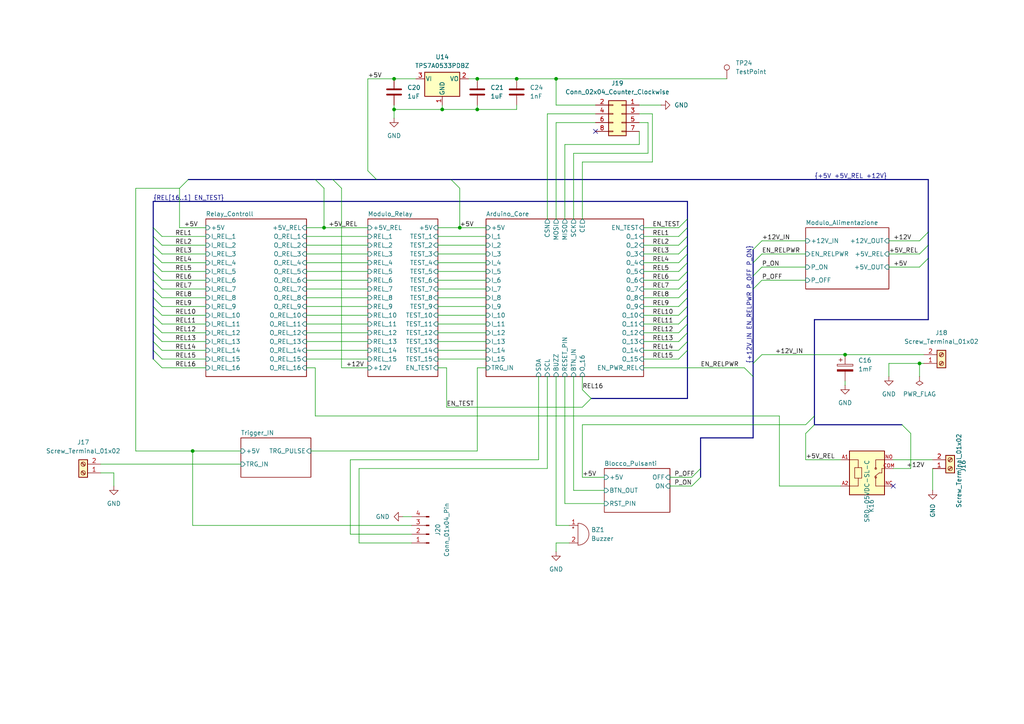
<source format=kicad_sch>
(kicad_sch
	(version 20231120)
	(generator "eeschema")
	(generator_version "8.0")
	(uuid "6c081a41-7694-4348-aefe-aafa0be843dc")
	(paper "A4")
	(title_block
		(title "Centralina Pirotecnica")
		(date "2024-06-28")
		(rev "2.0")
	)
	(lib_symbols
		(symbol "Connector:Conn_01x04_Pin"
			(pin_names
				(offset 1.016) hide)
			(exclude_from_sim no)
			(in_bom yes)
			(on_board yes)
			(property "Reference" "J"
				(at 0 5.08 0)
				(effects
					(font
						(size 1.27 1.27)
					)
				)
			)
			(property "Value" "Conn_01x04_Pin"
				(at 0 -7.62 0)
				(effects
					(font
						(size 1.27 1.27)
					)
				)
			)
			(property "Footprint" ""
				(at 0 0 0)
				(effects
					(font
						(size 1.27 1.27)
					)
					(hide yes)
				)
			)
			(property "Datasheet" "~"
				(at 0 0 0)
				(effects
					(font
						(size 1.27 1.27)
					)
					(hide yes)
				)
			)
			(property "Description" "Generic connector, single row, 01x04, script generated"
				(at 0 0 0)
				(effects
					(font
						(size 1.27 1.27)
					)
					(hide yes)
				)
			)
			(property "ki_locked" ""
				(at 0 0 0)
				(effects
					(font
						(size 1.27 1.27)
					)
				)
			)
			(property "ki_keywords" "connector"
				(at 0 0 0)
				(effects
					(font
						(size 1.27 1.27)
					)
					(hide yes)
				)
			)
			(property "ki_fp_filters" "Connector*:*_1x??_*"
				(at 0 0 0)
				(effects
					(font
						(size 1.27 1.27)
					)
					(hide yes)
				)
			)
			(symbol "Conn_01x04_Pin_1_1"
				(polyline
					(pts
						(xy 1.27 -5.08) (xy 0.8636 -5.08)
					)
					(stroke
						(width 0.1524)
						(type default)
					)
					(fill
						(type none)
					)
				)
				(polyline
					(pts
						(xy 1.27 -2.54) (xy 0.8636 -2.54)
					)
					(stroke
						(width 0.1524)
						(type default)
					)
					(fill
						(type none)
					)
				)
				(polyline
					(pts
						(xy 1.27 0) (xy 0.8636 0)
					)
					(stroke
						(width 0.1524)
						(type default)
					)
					(fill
						(type none)
					)
				)
				(polyline
					(pts
						(xy 1.27 2.54) (xy 0.8636 2.54)
					)
					(stroke
						(width 0.1524)
						(type default)
					)
					(fill
						(type none)
					)
				)
				(rectangle
					(start 0.8636 -4.953)
					(end 0 -5.207)
					(stroke
						(width 0.1524)
						(type default)
					)
					(fill
						(type outline)
					)
				)
				(rectangle
					(start 0.8636 -2.413)
					(end 0 -2.667)
					(stroke
						(width 0.1524)
						(type default)
					)
					(fill
						(type outline)
					)
				)
				(rectangle
					(start 0.8636 0.127)
					(end 0 -0.127)
					(stroke
						(width 0.1524)
						(type default)
					)
					(fill
						(type outline)
					)
				)
				(rectangle
					(start 0.8636 2.667)
					(end 0 2.413)
					(stroke
						(width 0.1524)
						(type default)
					)
					(fill
						(type outline)
					)
				)
				(pin passive line
					(at 5.08 2.54 180)
					(length 3.81)
					(name "Pin_1"
						(effects
							(font
								(size 1.27 1.27)
							)
						)
					)
					(number "1"
						(effects
							(font
								(size 1.27 1.27)
							)
						)
					)
				)
				(pin passive line
					(at 5.08 0 180)
					(length 3.81)
					(name "Pin_2"
						(effects
							(font
								(size 1.27 1.27)
							)
						)
					)
					(number "2"
						(effects
							(font
								(size 1.27 1.27)
							)
						)
					)
				)
				(pin passive line
					(at 5.08 -2.54 180)
					(length 3.81)
					(name "Pin_3"
						(effects
							(font
								(size 1.27 1.27)
							)
						)
					)
					(number "3"
						(effects
							(font
								(size 1.27 1.27)
							)
						)
					)
				)
				(pin passive line
					(at 5.08 -5.08 180)
					(length 3.81)
					(name "Pin_4"
						(effects
							(font
								(size 1.27 1.27)
							)
						)
					)
					(number "4"
						(effects
							(font
								(size 1.27 1.27)
							)
						)
					)
				)
			)
		)
		(symbol "Connector:Screw_Terminal_01x02"
			(pin_names
				(offset 1.016) hide)
			(exclude_from_sim no)
			(in_bom yes)
			(on_board yes)
			(property "Reference" "J"
				(at 0 2.54 0)
				(effects
					(font
						(size 1.27 1.27)
					)
				)
			)
			(property "Value" "Screw_Terminal_01x02"
				(at 0 -5.08 0)
				(effects
					(font
						(size 1.27 1.27)
					)
				)
			)
			(property "Footprint" ""
				(at 0 0 0)
				(effects
					(font
						(size 1.27 1.27)
					)
					(hide yes)
				)
			)
			(property "Datasheet" "~"
				(at 0 0 0)
				(effects
					(font
						(size 1.27 1.27)
					)
					(hide yes)
				)
			)
			(property "Description" "Generic screw terminal, single row, 01x02, script generated (kicad-library-utils/schlib/autogen/connector/)"
				(at 0 0 0)
				(effects
					(font
						(size 1.27 1.27)
					)
					(hide yes)
				)
			)
			(property "ki_keywords" "screw terminal"
				(at 0 0 0)
				(effects
					(font
						(size 1.27 1.27)
					)
					(hide yes)
				)
			)
			(property "ki_fp_filters" "TerminalBlock*:*"
				(at 0 0 0)
				(effects
					(font
						(size 1.27 1.27)
					)
					(hide yes)
				)
			)
			(symbol "Screw_Terminal_01x02_1_1"
				(rectangle
					(start -1.27 1.27)
					(end 1.27 -3.81)
					(stroke
						(width 0.254)
						(type default)
					)
					(fill
						(type background)
					)
				)
				(circle
					(center 0 -2.54)
					(radius 0.635)
					(stroke
						(width 0.1524)
						(type default)
					)
					(fill
						(type none)
					)
				)
				(polyline
					(pts
						(xy -0.5334 -2.2098) (xy 0.3302 -3.048)
					)
					(stroke
						(width 0.1524)
						(type default)
					)
					(fill
						(type none)
					)
				)
				(polyline
					(pts
						(xy -0.5334 0.3302) (xy 0.3302 -0.508)
					)
					(stroke
						(width 0.1524)
						(type default)
					)
					(fill
						(type none)
					)
				)
				(polyline
					(pts
						(xy -0.3556 -2.032) (xy 0.508 -2.8702)
					)
					(stroke
						(width 0.1524)
						(type default)
					)
					(fill
						(type none)
					)
				)
				(polyline
					(pts
						(xy -0.3556 0.508) (xy 0.508 -0.3302)
					)
					(stroke
						(width 0.1524)
						(type default)
					)
					(fill
						(type none)
					)
				)
				(circle
					(center 0 0)
					(radius 0.635)
					(stroke
						(width 0.1524)
						(type default)
					)
					(fill
						(type none)
					)
				)
				(pin passive line
					(at -5.08 0 0)
					(length 3.81)
					(name "Pin_1"
						(effects
							(font
								(size 1.27 1.27)
							)
						)
					)
					(number "1"
						(effects
							(font
								(size 1.27 1.27)
							)
						)
					)
				)
				(pin passive line
					(at -5.08 -2.54 0)
					(length 3.81)
					(name "Pin_2"
						(effects
							(font
								(size 1.27 1.27)
							)
						)
					)
					(number "2"
						(effects
							(font
								(size 1.27 1.27)
							)
						)
					)
				)
			)
		)
		(symbol "Connector:TestPoint"
			(pin_numbers hide)
			(pin_names
				(offset 0.762) hide)
			(exclude_from_sim no)
			(in_bom yes)
			(on_board yes)
			(property "Reference" "TP"
				(at 0 6.858 0)
				(effects
					(font
						(size 1.27 1.27)
					)
				)
			)
			(property "Value" "TestPoint"
				(at 0 5.08 0)
				(effects
					(font
						(size 1.27 1.27)
					)
				)
			)
			(property "Footprint" ""
				(at 5.08 0 0)
				(effects
					(font
						(size 1.27 1.27)
					)
					(hide yes)
				)
			)
			(property "Datasheet" "~"
				(at 5.08 0 0)
				(effects
					(font
						(size 1.27 1.27)
					)
					(hide yes)
				)
			)
			(property "Description" "test point"
				(at 0 0 0)
				(effects
					(font
						(size 1.27 1.27)
					)
					(hide yes)
				)
			)
			(property "ki_keywords" "test point tp"
				(at 0 0 0)
				(effects
					(font
						(size 1.27 1.27)
					)
					(hide yes)
				)
			)
			(property "ki_fp_filters" "Pin* Test*"
				(at 0 0 0)
				(effects
					(font
						(size 1.27 1.27)
					)
					(hide yes)
				)
			)
			(symbol "TestPoint_0_1"
				(circle
					(center 0 3.302)
					(radius 0.762)
					(stroke
						(width 0)
						(type default)
					)
					(fill
						(type none)
					)
				)
			)
			(symbol "TestPoint_1_1"
				(pin passive line
					(at 0 0 90)
					(length 2.54)
					(name "1"
						(effects
							(font
								(size 1.27 1.27)
							)
						)
					)
					(number "1"
						(effects
							(font
								(size 1.27 1.27)
							)
						)
					)
				)
			)
		)
		(symbol "Connector_Generic:Conn_02x04_Counter_Clockwise"
			(pin_names
				(offset 1.016) hide)
			(exclude_from_sim no)
			(in_bom yes)
			(on_board yes)
			(property "Reference" "J19"
				(at 1.27 8.89 0)
				(effects
					(font
						(size 1.27 1.27)
					)
				)
			)
			(property "Value" "Conn_02x04_Counter_Clockwise"
				(at 1.27 6.35 0)
				(effects
					(font
						(size 1.27 1.27)
					)
				)
			)
			(property "Footprint" "Connector_PinHeader_2.54mm:PinHeader_2x04_P2.54mm_Vertical"
				(at 0 0 0)
				(effects
					(font
						(size 1.27 1.27)
					)
					(hide yes)
				)
			)
			(property "Datasheet" "https://wmsc.lcsc.com/wmsc/upload/file/pdf/v2/lcsc/2304140030_CONNFLY-Elec-DS1023-2-4SF11_C92271.pdf"
				(at 0 0 0)
				(effects
					(font
						(size 1.27 1.27)
					)
					(hide yes)
				)
			)
			(property "Description" "Generic connector, double row, 02x04, counter clockwise pin numbering scheme (similar to DIP package numbering), script generated (kicad-library-utils/schlib/autogen/connector/)"
				(at 0 0 0)
				(effects
					(font
						(size 1.27 1.27)
					)
					(hide yes)
				)
			)
			(property "REF" "C92271"
				(at 0 0 0)
				(effects
					(font
						(size 1.27 1.27)
					)
					(hide yes)
				)
			)
			(property "ki_keywords" "connector"
				(at 0 0 0)
				(effects
					(font
						(size 1.27 1.27)
					)
					(hide yes)
				)
			)
			(property "ki_fp_filters" "Connector*:*_2x??_*"
				(at 0 0 0)
				(effects
					(font
						(size 1.27 1.27)
					)
					(hide yes)
				)
			)
			(symbol "Conn_02x04_Counter_Clockwise_1_1"
				(rectangle
					(start -1.27 -4.953)
					(end 0 -5.207)
					(stroke
						(width 0.1524)
						(type default)
					)
					(fill
						(type none)
					)
				)
				(rectangle
					(start -1.27 -2.413)
					(end 0 -2.667)
					(stroke
						(width 0.1524)
						(type default)
					)
					(fill
						(type none)
					)
				)
				(rectangle
					(start -1.27 0.127)
					(end 0 -0.127)
					(stroke
						(width 0.1524)
						(type default)
					)
					(fill
						(type none)
					)
				)
				(rectangle
					(start -1.27 2.667)
					(end 0 2.413)
					(stroke
						(width 0.1524)
						(type default)
					)
					(fill
						(type none)
					)
				)
				(rectangle
					(start -1.27 3.81)
					(end 3.81 -6.35)
					(stroke
						(width 0.254)
						(type default)
					)
					(fill
						(type background)
					)
				)
				(rectangle
					(start 3.81 -4.953)
					(end 2.54 -5.207)
					(stroke
						(width 0.1524)
						(type default)
					)
					(fill
						(type none)
					)
				)
				(rectangle
					(start 3.81 -2.413)
					(end 2.54 -2.667)
					(stroke
						(width 0.1524)
						(type default)
					)
					(fill
						(type none)
					)
				)
				(rectangle
					(start 3.81 0.127)
					(end 2.54 -0.127)
					(stroke
						(width 0.1524)
						(type default)
					)
					(fill
						(type none)
					)
				)
				(rectangle
					(start 3.81 2.667)
					(end 2.54 2.413)
					(stroke
						(width 0.1524)
						(type default)
					)
					(fill
						(type none)
					)
				)
				(pin passive line
					(at -5.08 2.54 0)
					(length 3.81)
					(name "Pin_1"
						(effects
							(font
								(size 1.27 1.27)
							)
						)
					)
					(number "1"
						(effects
							(font
								(size 1.27 1.27)
							)
						)
					)
				)
				(pin passive line
					(at 7.62 2.54 180)
					(length 3.81)
					(name "Pin_8"
						(effects
							(font
								(size 1.27 1.27)
							)
						)
					)
					(number "2"
						(effects
							(font
								(size 1.27 1.27)
							)
						)
					)
				)
				(pin passive line
					(at -5.08 0 0)
					(length 3.81)
					(name "Pin_2"
						(effects
							(font
								(size 1.27 1.27)
							)
						)
					)
					(number "3"
						(effects
							(font
								(size 1.27 1.27)
							)
						)
					)
				)
				(pin passive line
					(at 7.62 0 180)
					(length 3.81)
					(name "Pin_7"
						(effects
							(font
								(size 1.27 1.27)
							)
						)
					)
					(number "4"
						(effects
							(font
								(size 1.27 1.27)
							)
						)
					)
				)
				(pin passive line
					(at -5.08 -2.54 0)
					(length 3.81)
					(name "Pin_3"
						(effects
							(font
								(size 1.27 1.27)
							)
						)
					)
					(number "5"
						(effects
							(font
								(size 1.27 1.27)
							)
						)
					)
				)
				(pin passive line
					(at 7.62 -2.54 180)
					(length 3.81)
					(name "Pin_6"
						(effects
							(font
								(size 1.27 1.27)
							)
						)
					)
					(number "6"
						(effects
							(font
								(size 1.27 1.27)
							)
						)
					)
				)
				(pin passive line
					(at -5.08 -5.08 0)
					(length 3.81)
					(name "Pin_4"
						(effects
							(font
								(size 1.27 1.27)
							)
						)
					)
					(number "7"
						(effects
							(font
								(size 1.27 1.27)
							)
						)
					)
				)
				(pin passive line
					(at 7.62 -5.08 180)
					(length 3.81)
					(name "Pin_5"
						(effects
							(font
								(size 1.27 1.27)
							)
						)
					)
					(number "8"
						(effects
							(font
								(size 1.27 1.27)
							)
						)
					)
				)
			)
		)
		(symbol "Device:Buzzer"
			(pin_names
				(offset 0.0254) hide)
			(exclude_from_sim no)
			(in_bom yes)
			(on_board yes)
			(property "Reference" "BZ"
				(at 3.81 1.27 0)
				(effects
					(font
						(size 1.27 1.27)
					)
					(justify left)
				)
			)
			(property "Value" "Buzzer"
				(at 3.81 -1.27 0)
				(effects
					(font
						(size 1.27 1.27)
					)
					(justify left)
				)
			)
			(property "Footprint" ""
				(at -0.635 2.54 90)
				(effects
					(font
						(size 1.27 1.27)
					)
					(hide yes)
				)
			)
			(property "Datasheet" "~"
				(at -0.635 2.54 90)
				(effects
					(font
						(size 1.27 1.27)
					)
					(hide yes)
				)
			)
			(property "Description" "Buzzer, polarized"
				(at 0 0 0)
				(effects
					(font
						(size 1.27 1.27)
					)
					(hide yes)
				)
			)
			(property "ki_keywords" "quartz resonator ceramic"
				(at 0 0 0)
				(effects
					(font
						(size 1.27 1.27)
					)
					(hide yes)
				)
			)
			(property "ki_fp_filters" "*Buzzer*"
				(at 0 0 0)
				(effects
					(font
						(size 1.27 1.27)
					)
					(hide yes)
				)
			)
			(symbol "Buzzer_0_1"
				(arc
					(start 0 -3.175)
					(mid 3.1612 0)
					(end 0 3.175)
					(stroke
						(width 0)
						(type default)
					)
					(fill
						(type none)
					)
				)
				(polyline
					(pts
						(xy -1.651 1.905) (xy -1.143 1.905)
					)
					(stroke
						(width 0)
						(type default)
					)
					(fill
						(type none)
					)
				)
				(polyline
					(pts
						(xy -1.397 2.159) (xy -1.397 1.651)
					)
					(stroke
						(width 0)
						(type default)
					)
					(fill
						(type none)
					)
				)
				(polyline
					(pts
						(xy 0 3.175) (xy 0 -3.175)
					)
					(stroke
						(width 0)
						(type default)
					)
					(fill
						(type none)
					)
				)
			)
			(symbol "Buzzer_1_1"
				(pin passive line
					(at -2.54 2.54 0)
					(length 2.54)
					(name "+"
						(effects
							(font
								(size 1.27 1.27)
							)
						)
					)
					(number "1"
						(effects
							(font
								(size 1.27 1.27)
							)
						)
					)
				)
				(pin passive line
					(at -2.54 -2.54 0)
					(length 2.54)
					(name "-"
						(effects
							(font
								(size 1.27 1.27)
							)
						)
					)
					(number "2"
						(effects
							(font
								(size 1.27 1.27)
							)
						)
					)
				)
			)
		)
		(symbol "Device:C"
			(pin_numbers hide)
			(pin_names
				(offset 0.254)
			)
			(exclude_from_sim no)
			(in_bom yes)
			(on_board yes)
			(property "Reference" "C"
				(at 0.635 2.54 0)
				(effects
					(font
						(size 1.27 1.27)
					)
					(justify left)
				)
			)
			(property "Value" "C"
				(at 0.635 -2.54 0)
				(effects
					(font
						(size 1.27 1.27)
					)
					(justify left)
				)
			)
			(property "Footprint" ""
				(at 0.9652 -3.81 0)
				(effects
					(font
						(size 1.27 1.27)
					)
					(hide yes)
				)
			)
			(property "Datasheet" "~"
				(at 0 0 0)
				(effects
					(font
						(size 1.27 1.27)
					)
					(hide yes)
				)
			)
			(property "Description" "Unpolarized capacitor"
				(at 0 0 0)
				(effects
					(font
						(size 1.27 1.27)
					)
					(hide yes)
				)
			)
			(property "ki_keywords" "cap capacitor"
				(at 0 0 0)
				(effects
					(font
						(size 1.27 1.27)
					)
					(hide yes)
				)
			)
			(property "ki_fp_filters" "C_*"
				(at 0 0 0)
				(effects
					(font
						(size 1.27 1.27)
					)
					(hide yes)
				)
			)
			(symbol "C_0_1"
				(polyline
					(pts
						(xy -2.032 -0.762) (xy 2.032 -0.762)
					)
					(stroke
						(width 0.508)
						(type default)
					)
					(fill
						(type none)
					)
				)
				(polyline
					(pts
						(xy -2.032 0.762) (xy 2.032 0.762)
					)
					(stroke
						(width 0.508)
						(type default)
					)
					(fill
						(type none)
					)
				)
			)
			(symbol "C_1_1"
				(pin passive line
					(at 0 3.81 270)
					(length 2.794)
					(name "~"
						(effects
							(font
								(size 1.27 1.27)
							)
						)
					)
					(number "1"
						(effects
							(font
								(size 1.27 1.27)
							)
						)
					)
				)
				(pin passive line
					(at 0 -3.81 90)
					(length 2.794)
					(name "~"
						(effects
							(font
								(size 1.27 1.27)
							)
						)
					)
					(number "2"
						(effects
							(font
								(size 1.27 1.27)
							)
						)
					)
				)
			)
		)
		(symbol "Device:C_Polarized"
			(pin_numbers hide)
			(pin_names
				(offset 0.254)
			)
			(exclude_from_sim no)
			(in_bom yes)
			(on_board yes)
			(property "Reference" "C"
				(at 0.635 2.54 0)
				(effects
					(font
						(size 1.27 1.27)
					)
					(justify left)
				)
			)
			(property "Value" "C_Polarized"
				(at 0.635 -2.54 0)
				(effects
					(font
						(size 1.27 1.27)
					)
					(justify left)
				)
			)
			(property "Footprint" ""
				(at 0.9652 -3.81 0)
				(effects
					(font
						(size 1.27 1.27)
					)
					(hide yes)
				)
			)
			(property "Datasheet" "~"
				(at 0 0 0)
				(effects
					(font
						(size 1.27 1.27)
					)
					(hide yes)
				)
			)
			(property "Description" "Polarized capacitor"
				(at 0 0 0)
				(effects
					(font
						(size 1.27 1.27)
					)
					(hide yes)
				)
			)
			(property "ki_keywords" "cap capacitor"
				(at 0 0 0)
				(effects
					(font
						(size 1.27 1.27)
					)
					(hide yes)
				)
			)
			(property "ki_fp_filters" "CP_*"
				(at 0 0 0)
				(effects
					(font
						(size 1.27 1.27)
					)
					(hide yes)
				)
			)
			(symbol "C_Polarized_0_1"
				(rectangle
					(start -2.286 0.508)
					(end 2.286 1.016)
					(stroke
						(width 0)
						(type default)
					)
					(fill
						(type none)
					)
				)
				(polyline
					(pts
						(xy -1.778 2.286) (xy -0.762 2.286)
					)
					(stroke
						(width 0)
						(type default)
					)
					(fill
						(type none)
					)
				)
				(polyline
					(pts
						(xy -1.27 2.794) (xy -1.27 1.778)
					)
					(stroke
						(width 0)
						(type default)
					)
					(fill
						(type none)
					)
				)
				(rectangle
					(start 2.286 -0.508)
					(end -2.286 -1.016)
					(stroke
						(width 0)
						(type default)
					)
					(fill
						(type outline)
					)
				)
			)
			(symbol "C_Polarized_1_1"
				(pin passive line
					(at 0 3.81 270)
					(length 2.794)
					(name "~"
						(effects
							(font
								(size 1.27 1.27)
							)
						)
					)
					(number "1"
						(effects
							(font
								(size 1.27 1.27)
							)
						)
					)
				)
				(pin passive line
					(at 0 -3.81 90)
					(length 2.794)
					(name "~"
						(effects
							(font
								(size 1.27 1.27)
							)
						)
					)
					(number "2"
						(effects
							(font
								(size 1.27 1.27)
							)
						)
					)
				)
			)
		)
		(symbol "Regulator_Linear:TPS7A0533PDBZ"
			(pin_names
				(offset 0.254)
			)
			(exclude_from_sim no)
			(in_bom yes)
			(on_board yes)
			(property "Reference" "U"
				(at -3.81 3.175 0)
				(effects
					(font
						(size 1.27 1.27)
					)
				)
			)
			(property "Value" "TPS7A0533PDBZ"
				(at 0 3.175 0)
				(effects
					(font
						(size 1.27 1.27)
					)
					(justify left)
				)
			)
			(property "Footprint" "Package_TO_SOT_SMD:SOT-23"
				(at 0 5.08 0)
				(effects
					(font
						(size 1.27 1.27)
					)
					(hide yes)
				)
			)
			(property "Datasheet" "https://www.ti.com/lit/ds/symlink/tps7a05.pdf"
				(at 0 -1.27 0)
				(effects
					(font
						(size 1.27 1.27)
					)
					(hide yes)
				)
			)
			(property "Description" "200-mA Ultra-Low-Iq LDO, 3.3V, SOT-23-3"
				(at 0 0 0)
				(effects
					(font
						(size 1.27 1.27)
					)
					(hide yes)
				)
			)
			(property "ki_keywords" "Single Output LDO Low-Iq"
				(at 0 0 0)
				(effects
					(font
						(size 1.27 1.27)
					)
					(hide yes)
				)
			)
			(property "ki_fp_filters" "SOT?23*"
				(at 0 0 0)
				(effects
					(font
						(size 1.27 1.27)
					)
					(hide yes)
				)
			)
			(symbol "TPS7A0533PDBZ_0_1"
				(rectangle
					(start -5.08 -5.08)
					(end 5.08 1.905)
					(stroke
						(width 0.254)
						(type default)
					)
					(fill
						(type background)
					)
				)
			)
			(symbol "TPS7A0533PDBZ_1_1"
				(pin power_in line
					(at 0 -7.62 90)
					(length 2.54)
					(name "GND"
						(effects
							(font
								(size 1.27 1.27)
							)
						)
					)
					(number "1"
						(effects
							(font
								(size 1.27 1.27)
							)
						)
					)
				)
				(pin power_out line
					(at 7.62 0 180)
					(length 2.54)
					(name "VO"
						(effects
							(font
								(size 1.27 1.27)
							)
						)
					)
					(number "2"
						(effects
							(font
								(size 1.27 1.27)
							)
						)
					)
				)
				(pin power_in line
					(at -7.62 0 0)
					(length 2.54)
					(name "VI"
						(effects
							(font
								(size 1.27 1.27)
							)
						)
					)
					(number "3"
						(effects
							(font
								(size 1.27 1.27)
							)
						)
					)
				)
			)
		)
		(symbol "SRD-05VDC-SL-C:SRD-05VDC-SL-C"
			(pin_names
				(offset 1.016)
			)
			(exclude_from_sim no)
			(in_bom yes)
			(on_board yes)
			(property "Reference" "K"
				(at -5.0809 5.843 0)
				(effects
					(font
						(size 1.27 1.27)
					)
					(justify left bottom)
				)
			)
			(property "Value" "SRD-05VDC-SL-C"
				(at -5.0832 -10.1664 0)
				(effects
					(font
						(size 1.27 1.27)
					)
					(justify left bottom)
				)
			)
			(property "Footprint" "SRD-05VDC-SL-C:RELAY_SRD-05VDC-SL-C"
				(at 0 0 0)
				(effects
					(font
						(size 1.27 1.27)
					)
					(justify bottom)
					(hide yes)
				)
			)
			(property "Datasheet" ""
				(at 0 0 0)
				(effects
					(font
						(size 1.27 1.27)
					)
					(hide yes)
				)
			)
			(property "Description" ""
				(at 0 0 0)
				(effects
					(font
						(size 1.27 1.27)
					)
					(hide yes)
				)
			)
			(property "MF" "Songle Relay"
				(at 0 0 0)
				(effects
					(font
						(size 1.27 1.27)
					)
					(justify bottom)
					(hide yes)
				)
			)
			(property "Description_1" "\n5V Trigger Relay Module For Arduino And Raspberry Pi 5V Trigger Relay Module For Arduino And Raspberry Pi\n"
				(at 0 0 0)
				(effects
					(font
						(size 1.27 1.27)
					)
					(justify bottom)
					(hide yes)
				)
			)
			(property "Package" "NON STANDARD-5 Songle Relay"
				(at 0 0 0)
				(effects
					(font
						(size 1.27 1.27)
					)
					(justify bottom)
					(hide yes)
				)
			)
			(property "Price" "None"
				(at 0 0 0)
				(effects
					(font
						(size 1.27 1.27)
					)
					(justify bottom)
					(hide yes)
				)
			)
			(property "Check_prices" "https://www.snapeda.com/parts/SRD-05VDC-SL-C/Songle+Relay/view-part/?ref=eda"
				(at 0 0 0)
				(effects
					(font
						(size 1.27 1.27)
					)
					(justify bottom)
					(hide yes)
				)
			)
			(property "STANDARD" "IPC-7251"
				(at 0 0 0)
				(effects
					(font
						(size 1.27 1.27)
					)
					(justify bottom)
					(hide yes)
				)
			)
			(property "SnapEDA_Link" "https://www.snapeda.com/parts/SRD-05VDC-SL-C/Songle+Relay/view-part/?ref=snap"
				(at 0 0 0)
				(effects
					(font
						(size 1.27 1.27)
					)
					(justify bottom)
					(hide yes)
				)
			)
			(property "MP" "SRD-05VDC-SL-C"
				(at 0 0 0)
				(effects
					(font
						(size 1.27 1.27)
					)
					(justify bottom)
					(hide yes)
				)
			)
			(property "Availability" "Not in stock"
				(at 0 0 0)
				(effects
					(font
						(size 1.27 1.27)
					)
					(justify bottom)
					(hide yes)
				)
			)
			(property "MANUFACTURER" "SONGLE RELAY"
				(at 0 0 0)
				(effects
					(font
						(size 1.27 1.27)
					)
					(justify bottom)
					(hide yes)
				)
			)
			(symbol "SRD-05VDC-SL-C_0_0"
				(rectangle
					(start -5.08 -7.62)
					(end 5.08 5.08)
					(stroke
						(width 0.254)
						(type default)
					)
					(fill
						(type background)
					)
				)
				(polyline
					(pts
						(xy -5.08 2.54) (xy -2.54 2.54)
					)
					(stroke
						(width 0.1524)
						(type default)
					)
					(fill
						(type none)
					)
				)
				(polyline
					(pts
						(xy -3.556 -2.794) (xy -2.54 -2.794)
					)
					(stroke
						(width 0.1524)
						(type default)
					)
					(fill
						(type none)
					)
				)
				(polyline
					(pts
						(xy -3.556 0.254) (xy -3.556 -2.794)
					)
					(stroke
						(width 0.1524)
						(type default)
					)
					(fill
						(type none)
					)
				)
				(polyline
					(pts
						(xy -2.54 -5.08) (xy -5.08 -5.08)
					)
					(stroke
						(width 0.1524)
						(type default)
					)
					(fill
						(type none)
					)
				)
				(polyline
					(pts
						(xy -2.54 -2.794) (xy -2.54 -5.08)
					)
					(stroke
						(width 0.1524)
						(type default)
					)
					(fill
						(type none)
					)
				)
				(polyline
					(pts
						(xy -2.54 -2.794) (xy -1.524 -2.794)
					)
					(stroke
						(width 0.1524)
						(type default)
					)
					(fill
						(type none)
					)
				)
				(polyline
					(pts
						(xy -2.54 0.254) (xy -3.556 0.254)
					)
					(stroke
						(width 0.1524)
						(type default)
					)
					(fill
						(type none)
					)
				)
				(polyline
					(pts
						(xy -2.54 2.54) (xy -2.54 0.254)
					)
					(stroke
						(width 0.1524)
						(type default)
					)
					(fill
						(type none)
					)
				)
				(polyline
					(pts
						(xy -1.524 -2.794) (xy -1.524 0.254)
					)
					(stroke
						(width 0.1524)
						(type default)
					)
					(fill
						(type none)
					)
				)
				(polyline
					(pts
						(xy -1.524 0.254) (xy -2.54 0.254)
					)
					(stroke
						(width 0.1524)
						(type default)
					)
					(fill
						(type none)
					)
				)
				(polyline
					(pts
						(xy 2.54 -5.08) (xy 5.08 -5.08)
					)
					(stroke
						(width 0.1524)
						(type default)
					)
					(fill
						(type none)
					)
				)
				(polyline
					(pts
						(xy 2.54 -2.54) (xy 2.54 -5.08)
					)
					(stroke
						(width 0.1524)
						(type default)
					)
					(fill
						(type none)
					)
				)
				(polyline
					(pts
						(xy 2.54 2.54) (xy 2.54 0)
					)
					(stroke
						(width 0.1524)
						(type default)
					)
					(fill
						(type none)
					)
				)
				(polyline
					(pts
						(xy 3.556 -1.27) (xy 2.286 -2.286)
					)
					(stroke
						(width 0.1524)
						(type default)
					)
					(fill
						(type none)
					)
				)
				(polyline
					(pts
						(xy 3.556 -1.27) (xy 4.318 -1.27)
					)
					(stroke
						(width 0.1524)
						(type default)
					)
					(fill
						(type none)
					)
				)
				(polyline
					(pts
						(xy 4.318 -1.27) (xy 4.318 0)
					)
					(stroke
						(width 0.1524)
						(type default)
					)
					(fill
						(type none)
					)
				)
				(polyline
					(pts
						(xy 4.318 0) (xy 5.08 0)
					)
					(stroke
						(width 0.1524)
						(type default)
					)
					(fill
						(type none)
					)
				)
				(polyline
					(pts
						(xy 5.08 2.54) (xy 2.54 2.54)
					)
					(stroke
						(width 0.1524)
						(type default)
					)
					(fill
						(type none)
					)
				)
				(circle
					(center 2.54 -2.54)
					(radius 0.254)
					(stroke
						(width 0.1524)
						(type default)
					)
					(fill
						(type none)
					)
				)
				(circle
					(center 2.54 0)
					(radius 0.254)
					(stroke
						(width 0.1524)
						(type default)
					)
					(fill
						(type none)
					)
				)
				(pin passive line
					(at -7.62 2.54 0)
					(length 2.54)
					(name "~"
						(effects
							(font
								(size 1.016 1.016)
							)
						)
					)
					(number "A1"
						(effects
							(font
								(size 1.016 1.016)
							)
						)
					)
				)
				(pin passive line
					(at -7.62 -5.08 0)
					(length 2.54)
					(name "~"
						(effects
							(font
								(size 1.016 1.016)
							)
						)
					)
					(number "A2"
						(effects
							(font
								(size 1.016 1.016)
							)
						)
					)
				)
				(pin passive line
					(at 7.62 0 180)
					(length 2.54)
					(name "~"
						(effects
							(font
								(size 1.016 1.016)
							)
						)
					)
					(number "COM"
						(effects
							(font
								(size 1.016 1.016)
							)
						)
					)
				)
				(pin passive line
					(at 7.62 -5.08 180)
					(length 2.54)
					(name "~"
						(effects
							(font
								(size 1.016 1.016)
							)
						)
					)
					(number "NC"
						(effects
							(font
								(size 1.016 1.016)
							)
						)
					)
				)
				(pin passive line
					(at 7.62 2.54 180)
					(length 2.54)
					(name "~"
						(effects
							(font
								(size 1.016 1.016)
							)
						)
					)
					(number "NO"
						(effects
							(font
								(size 1.016 1.016)
							)
						)
					)
				)
			)
		)
		(symbol "power:GND"
			(power)
			(pin_numbers hide)
			(pin_names
				(offset 0) hide)
			(exclude_from_sim no)
			(in_bom yes)
			(on_board yes)
			(property "Reference" "#PWR"
				(at 0 -6.35 0)
				(effects
					(font
						(size 1.27 1.27)
					)
					(hide yes)
				)
			)
			(property "Value" "GND"
				(at 0 -3.81 0)
				(effects
					(font
						(size 1.27 1.27)
					)
				)
			)
			(property "Footprint" ""
				(at 0 0 0)
				(effects
					(font
						(size 1.27 1.27)
					)
					(hide yes)
				)
			)
			(property "Datasheet" ""
				(at 0 0 0)
				(effects
					(font
						(size 1.27 1.27)
					)
					(hide yes)
				)
			)
			(property "Description" "Power symbol creates a global label with name \"GND\" , ground"
				(at 0 0 0)
				(effects
					(font
						(size 1.27 1.27)
					)
					(hide yes)
				)
			)
			(property "ki_keywords" "global power"
				(at 0 0 0)
				(effects
					(font
						(size 1.27 1.27)
					)
					(hide yes)
				)
			)
			(symbol "GND_0_1"
				(polyline
					(pts
						(xy 0 0) (xy 0 -1.27) (xy 1.27 -1.27) (xy 0 -2.54) (xy -1.27 -1.27) (xy 0 -1.27)
					)
					(stroke
						(width 0)
						(type default)
					)
					(fill
						(type none)
					)
				)
			)
			(symbol "GND_1_1"
				(pin power_in line
					(at 0 0 270)
					(length 0)
					(name "~"
						(effects
							(font
								(size 1.27 1.27)
							)
						)
					)
					(number "1"
						(effects
							(font
								(size 1.27 1.27)
							)
						)
					)
				)
			)
		)
		(symbol "power:PWR_FLAG"
			(power)
			(pin_numbers hide)
			(pin_names
				(offset 0) hide)
			(exclude_from_sim no)
			(in_bom yes)
			(on_board yes)
			(property "Reference" "#FLG"
				(at 0 1.905 0)
				(effects
					(font
						(size 1.27 1.27)
					)
					(hide yes)
				)
			)
			(property "Value" "PWR_FLAG"
				(at 0 3.81 0)
				(effects
					(font
						(size 1.27 1.27)
					)
				)
			)
			(property "Footprint" ""
				(at 0 0 0)
				(effects
					(font
						(size 1.27 1.27)
					)
					(hide yes)
				)
			)
			(property "Datasheet" "~"
				(at 0 0 0)
				(effects
					(font
						(size 1.27 1.27)
					)
					(hide yes)
				)
			)
			(property "Description" "Special symbol for telling ERC where power comes from"
				(at 0 0 0)
				(effects
					(font
						(size 1.27 1.27)
					)
					(hide yes)
				)
			)
			(property "ki_keywords" "flag power"
				(at 0 0 0)
				(effects
					(font
						(size 1.27 1.27)
					)
					(hide yes)
				)
			)
			(symbol "PWR_FLAG_0_0"
				(pin power_out line
					(at 0 0 90)
					(length 0)
					(name "~"
						(effects
							(font
								(size 1.27 1.27)
							)
						)
					)
					(number "1"
						(effects
							(font
								(size 1.27 1.27)
							)
						)
					)
				)
			)
			(symbol "PWR_FLAG_0_1"
				(polyline
					(pts
						(xy 0 0) (xy 0 1.27) (xy -1.016 1.905) (xy 0 2.54) (xy 1.016 1.905) (xy 0 1.27)
					)
					(stroke
						(width 0)
						(type default)
					)
					(fill
						(type none)
					)
				)
			)
		)
	)
	(junction
		(at 128.27 31.75)
		(diameter 0)
		(color 0 0 0 0)
		(uuid "0244112c-5496-494a-a94d-df6483513c18")
	)
	(junction
		(at 93.98 66.04)
		(diameter 0)
		(color 0 0 0 0)
		(uuid "2b0da579-4ae7-46fe-8cdb-d18b0050978d")
	)
	(junction
		(at 266.7 105.41)
		(diameter 0)
		(color 0 0 0 0)
		(uuid "2bd001ef-77aa-48fa-ae20-d69e69c6f841")
	)
	(junction
		(at 114.3 22.86)
		(diameter 0)
		(color 0 0 0 0)
		(uuid "30444735-f264-43c0-9ba6-98fe78b7f175")
	)
	(junction
		(at 114.3 31.75)
		(diameter 0)
		(color 0 0 0 0)
		(uuid "43355f81-9f7a-4177-b62c-d27180db404b")
	)
	(junction
		(at 138.43 31.75)
		(diameter 0)
		(color 0 0 0 0)
		(uuid "5229a167-5af6-40a3-9073-096a2779e78c")
	)
	(junction
		(at 149.86 22.86)
		(diameter 0)
		(color 0 0 0 0)
		(uuid "72b9eb3b-3ed1-436e-9f04-35d1c99e9ffd")
	)
	(junction
		(at 133.35 66.04)
		(diameter 0)
		(color 0 0 0 0)
		(uuid "76f4080d-4841-4e00-b877-d6c571dc873b")
	)
	(junction
		(at 245.11 102.87)
		(diameter 0)
		(color 0 0 0 0)
		(uuid "9885eff8-3014-49ff-9d85-75c563a5cf40")
	)
	(junction
		(at 55.88 130.81)
		(diameter 0)
		(color 0 0 0 0)
		(uuid "a1b138c7-cc55-404a-963a-8677950b3dd9")
	)
	(junction
		(at 138.43 22.86)
		(diameter 0)
		(color 0 0 0 0)
		(uuid "d3e7815e-5eac-4fe0-a328-ecf126332a6f")
	)
	(junction
		(at 161.29 22.86)
		(diameter 0)
		(color 0 0 0 0)
		(uuid "d8beba04-27cd-4231-9195-380c534d6480")
	)
	(no_connect
		(at 172.72 38.1)
		(uuid "6120dc88-2765-4a7a-b1e1-beefb0430428")
	)
	(no_connect
		(at 259.08 140.97)
		(uuid "7425774e-524b-46a2-acf3-0bdfe0b383e2")
	)
	(bus_entry
		(at 218.44 72.39)
		(size 2.54 -2.54)
		(stroke
			(width 0)
			(type default)
		)
		(uuid "01baa6f1-9578-43a2-8dff-bf3ab8377b9f")
	)
	(bus_entry
		(at 199.39 66.04)
		(size -2.54 2.54)
		(stroke
			(width 0)
			(type default)
		)
		(uuid "0224690a-12bf-4c8c-b79f-dda0560fa850")
	)
	(bus_entry
		(at 130.81 52.07)
		(size 2.54 2.54)
		(stroke
			(width 0)
			(type default)
		)
		(uuid "0657345a-6f87-43be-a43a-bd442d438c24")
	)
	(bus_entry
		(at 199.39 78.74)
		(size -2.54 2.54)
		(stroke
			(width 0)
			(type default)
		)
		(uuid "0a04b104-96be-4535-957f-273f83d5d5ca")
	)
	(bus_entry
		(at 199.39 63.5)
		(size -2.54 2.54)
		(stroke
			(width 0)
			(type default)
		)
		(uuid "10ccfb7e-f177-4a7a-a9ee-b9492dfe9632")
	)
	(bus_entry
		(at 91.44 52.07)
		(size 2.54 2.54)
		(stroke
			(width 0)
			(type default)
		)
		(uuid "16a2addd-b272-49b6-9bf0-240771340e9b")
	)
	(bus_entry
		(at 203.2 138.43)
		(size -2.54 2.54)
		(stroke
			(width 0)
			(type default)
		)
		(uuid "1a589d97-fb1d-4465-802a-6bda83a0c1b4")
	)
	(bus_entry
		(at 44.45 76.2)
		(size 2.54 2.54)
		(stroke
			(width 0)
			(type default)
		)
		(uuid "35bcec23-88ca-4be0-aac7-431d1b78df7a")
	)
	(bus_entry
		(at 199.39 68.58)
		(size -2.54 2.54)
		(stroke
			(width 0)
			(type default)
		)
		(uuid "37701377-dcd8-41d9-abe8-cc7148eb7cbd")
	)
	(bus_entry
		(at 44.45 86.36)
		(size 2.54 2.54)
		(stroke
			(width 0)
			(type default)
		)
		(uuid "3902b8df-c16e-4b18-b1b5-60cfb65b108d")
	)
	(bus_entry
		(at 54.61 52.07)
		(size -2.54 2.54)
		(stroke
			(width 0)
			(type default)
		)
		(uuid "3a2d33ac-4ebb-462b-a411-a068cbb81c9d")
	)
	(bus_entry
		(at 218.44 109.22)
		(size -2.54 -2.54)
		(stroke
			(width 0)
			(type default)
		)
		(uuid "45971b1f-544e-4ea3-a4e7-6fb3beda86c4")
	)
	(bus_entry
		(at 44.45 78.74)
		(size 2.54 2.54)
		(stroke
			(width 0)
			(type default)
		)
		(uuid "4bf7e3de-c13e-4096-9eee-cd3b0612328e")
	)
	(bus_entry
		(at 44.45 71.12)
		(size 2.54 2.54)
		(stroke
			(width 0)
			(type default)
		)
		(uuid "4cff31fb-b68d-4bb3-a3d2-47206f24a975")
	)
	(bus_entry
		(at 44.45 101.6)
		(size 2.54 2.54)
		(stroke
			(width 0)
			(type default)
		)
		(uuid "51724c1a-da5a-4181-a52d-48223a2c24b3")
	)
	(bus_entry
		(at 44.45 93.98)
		(size 2.54 2.54)
		(stroke
			(width 0)
			(type default)
		)
		(uuid "55cb2ff4-c451-4fc4-b22c-772b54a517d5")
	)
	(bus_entry
		(at 199.39 93.98)
		(size -2.54 2.54)
		(stroke
			(width 0)
			(type default)
		)
		(uuid "55ce2b5d-ec26-44b6-95be-da1da35ba11e")
	)
	(bus_entry
		(at 261.62 123.19)
		(size 2.54 2.54)
		(stroke
			(width 0)
			(type default)
		)
		(uuid "5a441aa7-0ca3-47ab-a922-a9c67f2f10b9")
	)
	(bus_entry
		(at 218.44 80.01)
		(size 2.54 -2.54)
		(stroke
			(width 0)
			(type default)
		)
		(uuid "5b1ad266-a536-4571-a92e-ac0ff5cd1632")
	)
	(bus_entry
		(at 199.39 101.6)
		(size -2.54 2.54)
		(stroke
			(width 0)
			(type default)
		)
		(uuid "60e762e7-d75b-44aa-b26c-22c1a9d464b8")
	)
	(bus_entry
		(at 44.45 88.9)
		(size 2.54 2.54)
		(stroke
			(width 0)
			(type default)
		)
		(uuid "678454d9-fbed-4c46-92dc-9b622cac10a0")
	)
	(bus_entry
		(at 44.45 73.66)
		(size 2.54 2.54)
		(stroke
			(width 0)
			(type default)
		)
		(uuid "6a6c8fe8-3370-4433-87d3-66cdc8fe4ae5")
	)
	(bus_entry
		(at 96.52 52.07)
		(size 2.54 2.54)
		(stroke
			(width 0)
			(type default)
		)
		(uuid "6aa9ab25-b708-4c63-9023-b0dd73539606")
	)
	(bus_entry
		(at 199.39 91.44)
		(size -2.54 2.54)
		(stroke
			(width 0)
			(type default)
		)
		(uuid "72c89014-bc69-4754-8d7d-4195ddd8ac1f")
	)
	(bus_entry
		(at 199.39 86.36)
		(size -2.54 2.54)
		(stroke
			(width 0)
			(type default)
		)
		(uuid "8048d9bd-10b1-4eed-b67b-130bb76888a5")
	)
	(bus_entry
		(at 199.39 73.66)
		(size -2.54 2.54)
		(stroke
			(width 0)
			(type default)
		)
		(uuid "82b6c377-bc13-45df-a980-1fe7a23a1838")
	)
	(bus_entry
		(at 269.24 74.93)
		(size -2.54 2.54)
		(stroke
			(width 0)
			(type default)
		)
		(uuid "88410d4b-e08d-48b3-898b-132ae2299623")
	)
	(bus_entry
		(at 44.45 104.14)
		(size 2.54 2.54)
		(stroke
			(width 0)
			(type default)
		)
		(uuid "8aa677d9-2682-4b6b-ae66-ebb4662ed6a8")
	)
	(bus_entry
		(at 44.45 96.52)
		(size 2.54 2.54)
		(stroke
			(width 0)
			(type default)
		)
		(uuid "8e4bdcd1-b822-4b2d-bad4-910a5e0692fd")
	)
	(bus_entry
		(at 44.45 83.82)
		(size 2.54 2.54)
		(stroke
			(width 0)
			(type default)
		)
		(uuid "8eebb5c7-c39f-4684-a52f-a00cfa8e2109")
	)
	(bus_entry
		(at 269.24 67.31)
		(size -2.54 2.54)
		(stroke
			(width 0)
			(type default)
		)
		(uuid "8f36e39b-3a6f-4439-94f7-65be598efa87")
	)
	(bus_entry
		(at 203.2 135.89)
		(size -2.54 2.54)
		(stroke
			(width 0)
			(type default)
		)
		(uuid "94353afe-c495-4cb8-8aa4-f1bcac976922")
	)
	(bus_entry
		(at 199.39 88.9)
		(size -2.54 2.54)
		(stroke
			(width 0)
			(type default)
		)
		(uuid "96839f2d-aa66-408a-ac4d-213660dfe6bd")
	)
	(bus_entry
		(at 44.45 81.28)
		(size 2.54 2.54)
		(stroke
			(width 0)
			(type default)
		)
		(uuid "9e48708c-78a9-40de-9a61-9d1244e7369e")
	)
	(bus_entry
		(at 199.39 76.2)
		(size -2.54 2.54)
		(stroke
			(width 0)
			(type default)
		)
		(uuid "9ee42c57-7712-4fb8-b55a-8fcecdd0c666")
	)
	(bus_entry
		(at 199.39 96.52)
		(size -2.54 2.54)
		(stroke
			(width 0)
			(type default)
		)
		(uuid "a3b5973c-1797-4898-9896-8c25bf42ec3a")
	)
	(bus_entry
		(at 199.39 81.28)
		(size -2.54 2.54)
		(stroke
			(width 0)
			(type default)
		)
		(uuid "ab9731f1-c89a-4256-8df4-160afc05e972")
	)
	(bus_entry
		(at 171.45 115.57)
		(size -2.54 -2.54)
		(stroke
			(width 0)
			(type default)
		)
		(uuid "ad6def0e-82aa-4efe-a38e-04cea236e129")
	)
	(bus_entry
		(at 199.39 71.12)
		(size -2.54 2.54)
		(stroke
			(width 0)
			(type default)
		)
		(uuid "c2a947d7-33a8-4c1f-9440-f06f2fc22ea6")
	)
	(bus_entry
		(at 236.22 123.19)
		(size -2.54 2.54)
		(stroke
			(width 0)
			(type default)
		)
		(uuid "c3ff2170-3ee8-4319-9d5e-4e05cdf23292")
	)
	(bus_entry
		(at 44.45 99.06)
		(size 2.54 2.54)
		(stroke
			(width 0)
			(type default)
		)
		(uuid "c82d0b0f-233d-4bea-aa78-2275f215e923")
	)
	(bus_entry
		(at 44.45 68.58)
		(size 2.54 2.54)
		(stroke
			(width 0)
			(type default)
		)
		(uuid "cdf52b76-d1e9-4f9e-b294-0bb27ccc2890")
	)
	(bus_entry
		(at 218.44 76.2)
		(size 2.54 -2.54)
		(stroke
			(width 0)
			(type default)
		)
		(uuid "dad337f1-bf62-4701-bfd2-d5340e52c466")
	)
	(bus_entry
		(at 199.39 99.06)
		(size -2.54 2.54)
		(stroke
			(width 0)
			(type default)
		)
		(uuid "dd03d1d6-b268-4997-be07-a75464582bb2")
	)
	(bus_entry
		(at 171.45 115.57)
		(size -2.54 2.54)
		(stroke
			(width 0)
			(type default)
		)
		(uuid "dfb0a6de-f7fd-4a73-8cbb-d5b57d4fa5ab")
	)
	(bus_entry
		(at 236.22 120.65)
		(size -2.54 2.54)
		(stroke
			(width 0)
			(type default)
		)
		(uuid "e09c5551-af37-41eb-b486-bdd1b5b7398a")
	)
	(bus_entry
		(at 44.45 91.44)
		(size 2.54 2.54)
		(stroke
			(width 0)
			(type default)
		)
		(uuid "e58eae70-616d-4e91-80fd-4929ce092df4")
	)
	(bus_entry
		(at 44.45 66.04)
		(size 2.54 2.54)
		(stroke
			(width 0)
			(type default)
		)
		(uuid "e7968576-8df6-4341-86a8-812e71412226")
	)
	(bus_entry
		(at 109.22 52.07)
		(size -2.54 -2.54)
		(stroke
			(width 0)
			(type default)
		)
		(uuid "f1be37ef-6b8d-473e-844f-3e59d8113045")
	)
	(bus_entry
		(at 218.44 105.41)
		(size 2.54 -2.54)
		(stroke
			(width 0)
			(type default)
		)
		(uuid "f46bec3d-06dd-4b82-a740-7c972bbff2a2")
	)
	(bus_entry
		(at 199.39 83.82)
		(size -2.54 2.54)
		(stroke
			(width 0)
			(type default)
		)
		(uuid "f622cbf1-127a-4992-9e4b-402c2074696d")
	)
	(bus_entry
		(at 269.24 71.12)
		(size -2.54 2.54)
		(stroke
			(width 0)
			(type default)
		)
		(uuid "faab0176-eb65-46af-ab0e-18939d8edbf3")
	)
	(bus_entry
		(at 218.44 83.82)
		(size 2.54 -2.54)
		(stroke
			(width 0)
			(type default)
		)
		(uuid "fc0a736b-6c1b-4882-81e9-00616d336968")
	)
	(bus
		(pts
			(xy 269.24 71.12) (xy 269.24 74.93)
		)
		(stroke
			(width 0)
			(type default)
		)
		(uuid "022f6638-b881-4030-a280-82557e88a3ed")
	)
	(wire
		(pts
			(xy 46.99 86.36) (xy 59.69 86.36)
		)
		(stroke
			(width 0)
			(type default)
		)
		(uuid "03280847-a485-4d01-a97e-a8aafd8439f2")
	)
	(wire
		(pts
			(xy 161.29 152.4) (xy 165.1 152.4)
		)
		(stroke
			(width 0)
			(type default)
		)
		(uuid "038d24ed-e842-490e-9197-972e39c0d4b7")
	)
	(wire
		(pts
			(xy 46.99 96.52) (xy 59.69 96.52)
		)
		(stroke
			(width 0)
			(type default)
		)
		(uuid "038de87a-b164-4d34-8c2b-80fb4e3acbff")
	)
	(wire
		(pts
			(xy 186.69 93.98) (xy 196.85 93.98)
		)
		(stroke
			(width 0)
			(type default)
		)
		(uuid "054d12e8-179b-4444-960d-04343f14437c")
	)
	(wire
		(pts
			(xy 163.83 146.05) (xy 175.26 146.05)
		)
		(stroke
			(width 0)
			(type default)
		)
		(uuid "068eb290-37d9-4d29-b06a-84a36e9d1860")
	)
	(wire
		(pts
			(xy 166.37 142.24) (xy 166.37 109.22)
		)
		(stroke
			(width 0)
			(type default)
		)
		(uuid "07c18b6d-5b49-4d3e-b158-fd52cf90a1fc")
	)
	(bus
		(pts
			(xy 44.45 78.74) (xy 44.45 81.28)
		)
		(stroke
			(width 0)
			(type default)
		)
		(uuid "0a2d1d16-d978-422e-b8cb-70e22bae253d")
	)
	(wire
		(pts
			(xy 186.69 66.04) (xy 196.85 66.04)
		)
		(stroke
			(width 0)
			(type default)
		)
		(uuid "0cafa2f8-76c5-4175-84d0-bcc1f60b7eaf")
	)
	(wire
		(pts
			(xy 88.9 104.14) (xy 106.68 104.14)
		)
		(stroke
			(width 0)
			(type default)
		)
		(uuid "0db6df7d-8944-4614-a875-d5e753c658a8")
	)
	(bus
		(pts
			(xy 199.39 63.5) (xy 199.39 58.42)
		)
		(stroke
			(width 0)
			(type default)
		)
		(uuid "0e9ba587-4ce7-48a1-98d8-bb5761e6209d")
	)
	(wire
		(pts
			(xy 133.35 54.61) (xy 133.35 66.04)
		)
		(stroke
			(width 0)
			(type default)
		)
		(uuid "0f8732e1-bb74-4c5c-86b1-73ec9f3c0257")
	)
	(wire
		(pts
			(xy 186.69 96.52) (xy 196.85 96.52)
		)
		(stroke
			(width 0)
			(type default)
		)
		(uuid "104fccb2-acd8-44d0-abc7-02c2239ee79f")
	)
	(wire
		(pts
			(xy 166.37 44.45) (xy 187.96 44.45)
		)
		(stroke
			(width 0)
			(type default)
		)
		(uuid "1272fa48-171c-4f44-9152-c7b68b9da0e0")
	)
	(bus
		(pts
			(xy 236.22 123.19) (xy 261.62 123.19)
		)
		(stroke
			(width 0)
			(type default)
		)
		(uuid "128948e0-ad76-4631-a11d-1e02ccfdcd93")
	)
	(wire
		(pts
			(xy 186.69 71.12) (xy 196.85 71.12)
		)
		(stroke
			(width 0)
			(type default)
		)
		(uuid "134c040c-da1a-4e0b-8364-4d85cb2d3c4e")
	)
	(wire
		(pts
			(xy 46.99 83.82) (xy 59.69 83.82)
		)
		(stroke
			(width 0)
			(type default)
		)
		(uuid "17bb1e99-478d-45f9-81d8-59bc96391907")
	)
	(bus
		(pts
			(xy 236.22 120.65) (xy 236.22 123.19)
		)
		(stroke
			(width 0)
			(type default)
		)
		(uuid "18e3b143-636e-4ca4-a200-321118a85377")
	)
	(wire
		(pts
			(xy 194.31 140.97) (xy 200.66 140.97)
		)
		(stroke
			(width 0)
			(type default)
		)
		(uuid "1c46f053-4ee4-44c4-b1ee-7f24d9e8e74b")
	)
	(bus
		(pts
			(xy 199.39 86.36) (xy 199.39 83.82)
		)
		(stroke
			(width 0)
			(type default)
		)
		(uuid "1df40290-f886-4964-a12e-4b28cda989f4")
	)
	(wire
		(pts
			(xy 138.43 30.48) (xy 138.43 31.75)
		)
		(stroke
			(width 0)
			(type default)
		)
		(uuid "1f90de19-6e06-4e4c-b13a-599b27c21e32")
	)
	(wire
		(pts
			(xy 168.91 63.5) (xy 168.91 46.99)
		)
		(stroke
			(width 0)
			(type default)
		)
		(uuid "1fcd63f8-79be-40da-a827-6b38cf3bce9f")
	)
	(bus
		(pts
			(xy 199.39 76.2) (xy 199.39 73.66)
		)
		(stroke
			(width 0)
			(type default)
		)
		(uuid "22ecc380-b43d-4c78-bc23-9e91d5e6ee79")
	)
	(wire
		(pts
			(xy 127 93.98) (xy 140.97 93.98)
		)
		(stroke
			(width 0)
			(type default)
		)
		(uuid "259a29ce-0501-4ec3-a77e-a8d3f5e6a584")
	)
	(wire
		(pts
			(xy 194.31 138.43) (xy 200.66 138.43)
		)
		(stroke
			(width 0)
			(type default)
		)
		(uuid "2653afd4-7c35-4ac6-ab6c-b0d34686533f")
	)
	(wire
		(pts
			(xy 127 78.74) (xy 140.97 78.74)
		)
		(stroke
			(width 0)
			(type default)
		)
		(uuid "26a2eb0c-75c9-42dd-bd10-d179e3814ac8")
	)
	(wire
		(pts
			(xy 127 76.2) (xy 140.97 76.2)
		)
		(stroke
			(width 0)
			(type default)
		)
		(uuid "2795d45d-4fa9-47d2-995b-5db6eeb1b791")
	)
	(wire
		(pts
			(xy 165.1 157.48) (xy 161.29 157.48)
		)
		(stroke
			(width 0)
			(type default)
		)
		(uuid "282263a7-f8a9-4606-9153-3ff1b35c481f")
	)
	(wire
		(pts
			(xy 259.08 133.35) (xy 270.51 133.35)
		)
		(stroke
			(width 0)
			(type default)
		)
		(uuid "29ea1253-04cb-4964-9cc9-b0f9155c90cf")
	)
	(wire
		(pts
			(xy 186.69 76.2) (xy 196.85 76.2)
		)
		(stroke
			(width 0)
			(type default)
		)
		(uuid "29f69c81-29a4-4838-8d47-67e5a5d36cdc")
	)
	(wire
		(pts
			(xy 163.83 109.22) (xy 163.83 146.05)
		)
		(stroke
			(width 0)
			(type default)
		)
		(uuid "2a1c0cf3-31ce-4c29-8059-7787aa64bcbb")
	)
	(wire
		(pts
			(xy 127 81.28) (xy 140.97 81.28)
		)
		(stroke
			(width 0)
			(type default)
		)
		(uuid "2a82c1c1-a458-4e01-a770-b041641411a9")
	)
	(wire
		(pts
			(xy 128.27 31.75) (xy 138.43 31.75)
		)
		(stroke
			(width 0)
			(type default)
		)
		(uuid "2ae3cb5d-ae1a-4ff3-9b0c-31dacaa33fea")
	)
	(wire
		(pts
			(xy 186.69 91.44) (xy 196.85 91.44)
		)
		(stroke
			(width 0)
			(type default)
		)
		(uuid "2b604cf4-4e69-4e1b-8590-fe2fd24164f3")
	)
	(wire
		(pts
			(xy 266.7 105.41) (xy 257.81 105.41)
		)
		(stroke
			(width 0)
			(type default)
		)
		(uuid "2c431526-cb2b-41b2-a752-e5b959c96667")
	)
	(wire
		(pts
			(xy 88.9 101.6) (xy 106.68 101.6)
		)
		(stroke
			(width 0)
			(type default)
		)
		(uuid "2c8e5027-c6d5-4a20-8914-0d3a36acbe3d")
	)
	(bus
		(pts
			(xy 44.45 91.44) (xy 44.45 93.98)
		)
		(stroke
			(width 0)
			(type default)
		)
		(uuid "2cf92ea7-3a22-494e-a492-c3a2dff3467c")
	)
	(wire
		(pts
			(xy 138.43 106.68) (xy 138.43 130.81)
		)
		(stroke
			(width 0)
			(type default)
		)
		(uuid "2d3cce03-4be8-42ca-8556-9591ba362573")
	)
	(wire
		(pts
			(xy 156.21 109.22) (xy 156.21 133.35)
		)
		(stroke
			(width 0)
			(type default)
		)
		(uuid "2e198ba7-4949-4288-80aa-d1f2a1c6d728")
	)
	(bus
		(pts
			(xy 199.39 88.9) (xy 199.39 86.36)
		)
		(stroke
			(width 0)
			(type default)
		)
		(uuid "2eb76ade-4a67-46e3-9047-a7d21ff58354")
	)
	(wire
		(pts
			(xy 186.69 83.82) (xy 196.85 83.82)
		)
		(stroke
			(width 0)
			(type default)
		)
		(uuid "30477cb6-535c-45ee-a927-9b6bf6802ec0")
	)
	(wire
		(pts
			(xy 46.99 76.2) (xy 59.69 76.2)
		)
		(stroke
			(width 0)
			(type default)
		)
		(uuid "3111262a-8e7b-4191-acba-6f8e52b62060")
	)
	(bus
		(pts
			(xy 44.45 76.2) (xy 44.45 78.74)
		)
		(stroke
			(width 0)
			(type default)
		)
		(uuid "312e2653-53e6-44b6-b0b3-9504155c4a00")
	)
	(wire
		(pts
			(xy 158.75 135.89) (xy 104.14 135.89)
		)
		(stroke
			(width 0)
			(type default)
		)
		(uuid "31c03af6-33f8-4688-8242-4b530566e242")
	)
	(wire
		(pts
			(xy 267.97 105.41) (xy 266.7 105.41)
		)
		(stroke
			(width 0)
			(type default)
		)
		(uuid "326c917d-8a0e-49f2-b1a6-a6aaf68c2a4e")
	)
	(wire
		(pts
			(xy 264.16 125.73) (xy 264.16 135.89)
		)
		(stroke
			(width 0)
			(type default)
		)
		(uuid "33c8b683-5e8d-4308-87c2-7b341e00216c")
	)
	(wire
		(pts
			(xy 93.98 54.61) (xy 93.98 66.04)
		)
		(stroke
			(width 0)
			(type default)
		)
		(uuid "350780f8-a921-48a2-9a18-9848b176167b")
	)
	(wire
		(pts
			(xy 88.9 78.74) (xy 106.68 78.74)
		)
		(stroke
			(width 0)
			(type default)
		)
		(uuid "372e5e6c-6f61-461d-a70f-3a47f01b18d4")
	)
	(bus
		(pts
			(xy 199.39 81.28) (xy 199.39 78.74)
		)
		(stroke
			(width 0)
			(type default)
		)
		(uuid "38d77d02-478c-46cc-8f2b-8c9de6fdef72")
	)
	(wire
		(pts
			(xy 189.23 33.02) (xy 189.23 46.99)
		)
		(stroke
			(width 0)
			(type default)
		)
		(uuid "39059b99-b6b6-4aea-8fa4-82bec61b5d2b")
	)
	(wire
		(pts
			(xy 129.54 118.11) (xy 129.54 106.68)
		)
		(stroke
			(width 0)
			(type default)
		)
		(uuid "3b746114-dcf2-4120-a8cf-4aaf5936f59e")
	)
	(bus
		(pts
			(xy 44.45 73.66) (xy 44.45 76.2)
		)
		(stroke
			(width 0)
			(type default)
		)
		(uuid "3bd4ca89-c50b-4004-ae87-f21b40192519")
	)
	(wire
		(pts
			(xy 127 86.36) (xy 140.97 86.36)
		)
		(stroke
			(width 0)
			(type default)
		)
		(uuid "3bd5234e-1855-47aa-a346-5b98ff4df096")
	)
	(wire
		(pts
			(xy 114.3 31.75) (xy 114.3 34.29)
		)
		(stroke
			(width 0)
			(type default)
		)
		(uuid "3c6acef2-c93b-44bc-9283-6be7b28cdf0a")
	)
	(wire
		(pts
			(xy 55.88 130.81) (xy 69.85 130.81)
		)
		(stroke
			(width 0)
			(type default)
		)
		(uuid "3c904672-da1f-48e4-ab11-03066015dfbe")
	)
	(wire
		(pts
			(xy 257.81 73.66) (xy 266.7 73.66)
		)
		(stroke
			(width 0)
			(type default)
		)
		(uuid "3eba748a-ad60-4710-a887-8dcc2a72edfd")
	)
	(wire
		(pts
			(xy 163.83 41.91) (xy 185.42 41.91)
		)
		(stroke
			(width 0)
			(type default)
		)
		(uuid "3f772fed-97e5-4f95-800c-ff1858fe8642")
	)
	(wire
		(pts
			(xy 172.72 35.56) (xy 161.29 35.56)
		)
		(stroke
			(width 0)
			(type default)
		)
		(uuid "40e3c477-5627-4000-8315-68ce87960235")
	)
	(wire
		(pts
			(xy 127 73.66) (xy 140.97 73.66)
		)
		(stroke
			(width 0)
			(type default)
		)
		(uuid "4116d4a9-a024-4579-af13-f8c8f1f4f418")
	)
	(wire
		(pts
			(xy 175.26 142.24) (xy 166.37 142.24)
		)
		(stroke
			(width 0)
			(type default)
		)
		(uuid "419a0fed-d0cb-4cf5-8131-d538cc5e2729")
	)
	(wire
		(pts
			(xy 88.9 66.04) (xy 93.98 66.04)
		)
		(stroke
			(width 0)
			(type default)
		)
		(uuid "42c9b3a1-1655-4b3e-bd91-3e29e3a8ff1d")
	)
	(wire
		(pts
			(xy 127 91.44) (xy 140.97 91.44)
		)
		(stroke
			(width 0)
			(type default)
		)
		(uuid "43c9f512-ef12-4310-a7f3-48b867e1fe2e")
	)
	(bus
		(pts
			(xy 236.22 92.71) (xy 236.22 120.65)
		)
		(stroke
			(width 0)
			(type default)
		)
		(uuid "445d178b-976a-4f57-a385-b9cba20b7590")
	)
	(wire
		(pts
			(xy 129.54 118.11) (xy 168.91 118.11)
		)
		(stroke
			(width 0)
			(type default)
		)
		(uuid "457a6db5-73c2-48c5-a104-fca0d5dacc31")
	)
	(wire
		(pts
			(xy 88.9 86.36) (xy 106.68 86.36)
		)
		(stroke
			(width 0)
			(type default)
		)
		(uuid "45e83e05-1e5a-4874-8813-2d31812fc560")
	)
	(wire
		(pts
			(xy 220.98 77.47) (xy 233.68 77.47)
		)
		(stroke
			(width 0)
			(type default)
		)
		(uuid "4605746b-e727-4e6a-a5a3-d638853888fa")
	)
	(wire
		(pts
			(xy 88.9 99.06) (xy 106.68 99.06)
		)
		(stroke
			(width 0)
			(type default)
		)
		(uuid "466bb27f-3e14-40db-881e-efa6b9d859d6")
	)
	(wire
		(pts
			(xy 257.81 69.85) (xy 266.7 69.85)
		)
		(stroke
			(width 0)
			(type default)
		)
		(uuid "4852208e-09f6-4cf8-b1d5-c201f1a3040b")
	)
	(wire
		(pts
			(xy 163.83 63.5) (xy 163.83 41.91)
		)
		(stroke
			(width 0)
			(type default)
		)
		(uuid "487c045b-9351-490b-bb3a-6e323c075e66")
	)
	(wire
		(pts
			(xy 127 96.52) (xy 140.97 96.52)
		)
		(stroke
			(width 0)
			(type default)
		)
		(uuid "48c7a398-924f-48f1-b2dc-573978969a46")
	)
	(bus
		(pts
			(xy 218.44 83.82) (xy 218.44 105.41)
		)
		(stroke
			(width 0)
			(type default)
		)
		(uuid "4af1c094-249f-42c4-b131-a16e7b3ec9a1")
	)
	(bus
		(pts
			(xy 91.44 52.07) (xy 96.52 52.07)
		)
		(stroke
			(width 0)
			(type default)
		)
		(uuid "4b24d668-9272-4d33-a625-f31bb8f84373")
	)
	(wire
		(pts
			(xy 220.98 102.87) (xy 245.11 102.87)
		)
		(stroke
			(width 0)
			(type default)
		)
		(uuid "4b9ba607-f34a-4ab8-beba-c193575824d7")
	)
	(bus
		(pts
			(xy 44.45 96.52) (xy 44.45 99.06)
		)
		(stroke
			(width 0)
			(type default)
		)
		(uuid "4ba2f500-3cc2-41ce-8ebc-4f15e3f366f8")
	)
	(wire
		(pts
			(xy 191.77 30.48) (xy 185.42 30.48)
		)
		(stroke
			(width 0)
			(type default)
		)
		(uuid "4c23176b-64f0-493e-9471-049fd648b840")
	)
	(wire
		(pts
			(xy 186.69 101.6) (xy 196.85 101.6)
		)
		(stroke
			(width 0)
			(type default)
		)
		(uuid "4cb83a8d-9bca-4515-ab8c-4f8894750e7f")
	)
	(wire
		(pts
			(xy 226.06 140.97) (xy 243.84 140.97)
		)
		(stroke
			(width 0)
			(type default)
		)
		(uuid "4ddc84d5-8418-45db-90e2-da5e490631dd")
	)
	(bus
		(pts
			(xy 44.45 88.9) (xy 44.45 91.44)
		)
		(stroke
			(width 0)
			(type default)
		)
		(uuid "4e5ab302-c419-4334-a9b3-69ce6536adf4")
	)
	(wire
		(pts
			(xy 127 66.04) (xy 133.35 66.04)
		)
		(stroke
			(width 0)
			(type default)
		)
		(uuid "4f1c32ca-cbca-403d-9088-9325bed9a13a")
	)
	(wire
		(pts
			(xy 88.9 106.68) (xy 91.44 106.68)
		)
		(stroke
			(width 0)
			(type default)
		)
		(uuid "512287fd-a5f2-4ed9-9b3d-7ed20c12e549")
	)
	(wire
		(pts
			(xy 186.69 106.68) (xy 215.9 106.68)
		)
		(stroke
			(width 0)
			(type default)
		)
		(uuid "51b913c9-f621-4afd-a5b3-b3b397e0fad4")
	)
	(bus
		(pts
			(xy 44.45 58.42) (xy 199.39 58.42)
		)
		(stroke
			(width 0)
			(type default)
		)
		(uuid "53ed9f66-8303-4beb-8976-e3ed7738bbf2")
	)
	(wire
		(pts
			(xy 88.9 83.82) (xy 106.68 83.82)
		)
		(stroke
			(width 0)
			(type default)
		)
		(uuid "554fd600-cbe7-444c-8ef6-1dfd94499a5a")
	)
	(wire
		(pts
			(xy 158.75 109.22) (xy 158.75 135.89)
		)
		(stroke
			(width 0)
			(type default)
		)
		(uuid "563c400c-2aff-4be0-9f1d-dc72df6a4db1")
	)
	(bus
		(pts
			(xy 44.45 81.28) (xy 44.45 83.82)
		)
		(stroke
			(width 0)
			(type default)
		)
		(uuid "56a3182a-4086-4d9b-a836-83e0941747a7")
	)
	(wire
		(pts
			(xy 149.86 30.48) (xy 149.86 31.75)
		)
		(stroke
			(width 0)
			(type default)
		)
		(uuid "575d3e63-bec0-43de-94d4-49248d00732d")
	)
	(wire
		(pts
			(xy 29.21 134.62) (xy 69.85 134.62)
		)
		(stroke
			(width 0)
			(type default)
		)
		(uuid "578686d2-85b3-4fd4-99b7-4da75468640d")
	)
	(wire
		(pts
			(xy 88.9 88.9) (xy 106.68 88.9)
		)
		(stroke
			(width 0)
			(type default)
		)
		(uuid "57d58093-5db0-4367-9a7f-f4eb4f333f44")
	)
	(bus
		(pts
			(xy 269.24 92.71) (xy 236.22 92.71)
		)
		(stroke
			(width 0)
			(type default)
		)
		(uuid "591ec61a-a1ea-4c8b-8915-f0d7c298e177")
	)
	(bus
		(pts
			(xy 171.45 115.57) (xy 199.39 115.57)
		)
		(stroke
			(width 0)
			(type default)
		)
		(uuid "5aeea3c8-e887-49d9-908c-e8f00f019295")
	)
	(wire
		(pts
			(xy 33.02 137.16) (xy 29.21 137.16)
		)
		(stroke
			(width 0)
			(type default)
		)
		(uuid "5b9f9636-07ff-4397-8bc2-b2de6c820773")
	)
	(wire
		(pts
			(xy 266.7 109.22) (xy 266.7 105.41)
		)
		(stroke
			(width 0)
			(type default)
		)
		(uuid "5bec9d1f-d0eb-49e7-b132-4c30a02fe847")
	)
	(bus
		(pts
			(xy 199.39 66.04) (xy 199.39 63.5)
		)
		(stroke
			(width 0)
			(type default)
		)
		(uuid "5c199ae4-6912-47c6-ab39-7f811c596921")
	)
	(bus
		(pts
			(xy 218.44 109.22) (xy 218.44 127)
		)
		(stroke
			(width 0)
			(type default)
		)
		(uuid "5d09fafc-0dc1-469d-83eb-4752a2b320b5")
	)
	(wire
		(pts
			(xy 220.98 81.28) (xy 233.68 81.28)
		)
		(stroke
			(width 0)
			(type default)
		)
		(uuid "5ec719b1-9398-4e54-96f2-bcbc9400d2ec")
	)
	(wire
		(pts
			(xy 158.75 33.02) (xy 172.72 33.02)
		)
		(stroke
			(width 0)
			(type default)
		)
		(uuid "5f3e1929-a59d-4b57-ad6d-bf8fcb3acca3")
	)
	(wire
		(pts
			(xy 233.68 123.19) (xy 168.91 123.19)
		)
		(stroke
			(width 0)
			(type default)
		)
		(uuid "61d7b72f-8fb8-4801-81a2-1874c61f8898")
	)
	(wire
		(pts
			(xy 39.37 130.81) (xy 55.88 130.81)
		)
		(stroke
			(width 0)
			(type default)
		)
		(uuid "6220c35b-090a-4859-a4ed-7b12a5c53fc7")
	)
	(wire
		(pts
			(xy 257.81 77.47) (xy 266.7 77.47)
		)
		(stroke
			(width 0)
			(type default)
		)
		(uuid "632567b8-f669-4a52-b161-338f0c1684f5")
	)
	(wire
		(pts
			(xy 138.43 31.75) (xy 149.86 31.75)
		)
		(stroke
			(width 0)
			(type default)
		)
		(uuid "64581b1a-2940-49ed-b914-6eb3795ec2be")
	)
	(wire
		(pts
			(xy 119.38 149.86) (xy 116.84 149.86)
		)
		(stroke
			(width 0)
			(type default)
		)
		(uuid "652e8139-3c1f-4018-984c-9a39c7855e25")
	)
	(wire
		(pts
			(xy 88.9 93.98) (xy 106.68 93.98)
		)
		(stroke
			(width 0)
			(type default)
		)
		(uuid "676df380-3ca5-46b3-843e-b4a06633e6f5")
	)
	(wire
		(pts
			(xy 270.51 135.89) (xy 270.51 142.24)
		)
		(stroke
			(width 0)
			(type default)
		)
		(uuid "693d8e78-e086-4818-91ad-371f5d036ba2")
	)
	(wire
		(pts
			(xy 166.37 63.5) (xy 166.37 44.45)
		)
		(stroke
			(width 0)
			(type default)
		)
		(uuid "69e1bbaa-b090-4b23-88e7-e264f4c97e55")
	)
	(bus
		(pts
			(xy 269.24 67.31) (xy 269.24 52.07)
		)
		(stroke
			(width 0)
			(type default)
		)
		(uuid "6b417d3d-919e-42ba-99a9-fdead9007beb")
	)
	(bus
		(pts
			(xy 199.39 99.06) (xy 199.39 96.52)
		)
		(stroke
			(width 0)
			(type default)
		)
		(uuid "6b93022b-1682-4be6-8609-5bced8671773")
	)
	(wire
		(pts
			(xy 91.44 120.65) (xy 226.06 120.65)
		)
		(stroke
			(width 0)
			(type default)
		)
		(uuid "6b9f5fd1-bb1c-48e3-bd48-08589f7ce128")
	)
	(wire
		(pts
			(xy 257.81 105.41) (xy 257.81 109.22)
		)
		(stroke
			(width 0)
			(type default)
		)
		(uuid "6c8cfefc-baf6-4503-9ca3-3a16263687f3")
	)
	(wire
		(pts
			(xy 114.3 30.48) (xy 114.3 31.75)
		)
		(stroke
			(width 0)
			(type default)
		)
		(uuid "6e9a1e87-f04e-4e5f-b8e5-efa71b541c56")
	)
	(wire
		(pts
			(xy 46.99 99.06) (xy 59.69 99.06)
		)
		(stroke
			(width 0)
			(type default)
		)
		(uuid "7269f27d-3121-4079-80a2-fb276ce6fe3b")
	)
	(wire
		(pts
			(xy 233.68 125.73) (xy 233.68 133.35)
		)
		(stroke
			(width 0)
			(type default)
		)
		(uuid "743b1cce-7919-4ea1-8708-012401e166a5")
	)
	(wire
		(pts
			(xy 168.91 138.43) (xy 175.26 138.43)
		)
		(stroke
			(width 0)
			(type default)
		)
		(uuid "75fcd1d5-76a0-451b-9e4c-4adae94233cb")
	)
	(wire
		(pts
			(xy 245.11 102.87) (xy 267.97 102.87)
		)
		(stroke
			(width 0)
			(type default)
		)
		(uuid "76c0d428-732c-4184-9d37-fa2c30636c8e")
	)
	(wire
		(pts
			(xy 106.68 22.86) (xy 106.68 49.53)
		)
		(stroke
			(width 0)
			(type default)
		)
		(uuid "77fcdde7-6c8b-4616-9da9-631fee0df881")
	)
	(wire
		(pts
			(xy 52.07 54.61) (xy 52.07 66.04)
		)
		(stroke
			(width 0)
			(type default)
		)
		(uuid "79ef9dc0-7a89-46e1-8bb1-96dd4f4ff59a")
	)
	(wire
		(pts
			(xy 187.96 44.45) (xy 187.96 35.56)
		)
		(stroke
			(width 0)
			(type default)
		)
		(uuid "7a6d1cc8-792d-4bfd-9d1a-7e52f5377d09")
	)
	(wire
		(pts
			(xy 135.89 22.86) (xy 138.43 22.86)
		)
		(stroke
			(width 0)
			(type default)
		)
		(uuid "7c39e41a-f5f4-40e5-ab0d-5261f6937cc2")
	)
	(bus
		(pts
			(xy 199.39 96.52) (xy 199.39 93.98)
		)
		(stroke
			(width 0)
			(type default)
		)
		(uuid "7e893bc5-0c61-40ce-b1ad-be7067f65605")
	)
	(bus
		(pts
			(xy 44.45 83.82) (xy 44.45 86.36)
		)
		(stroke
			(width 0)
			(type default)
		)
		(uuid "80503e2c-235f-4d70-9583-3cc2508fb376")
	)
	(bus
		(pts
			(xy 44.45 86.36) (xy 44.45 88.9)
		)
		(stroke
			(width 0)
			(type default)
		)
		(uuid "80b251ae-a58f-4cbd-886b-1ab21cef54c4")
	)
	(wire
		(pts
			(xy 185.42 41.91) (xy 185.42 38.1)
		)
		(stroke
			(width 0)
			(type default)
		)
		(uuid "80b9c4ee-5bbe-46c4-bfbe-04c7d21869ba")
	)
	(wire
		(pts
			(xy 161.29 30.48) (xy 161.29 22.86)
		)
		(stroke
			(width 0)
			(type default)
		)
		(uuid "81ca8630-8d33-4c3e-93de-a6beb2a0f9fe")
	)
	(bus
		(pts
			(xy 199.39 78.74) (xy 199.39 76.2)
		)
		(stroke
			(width 0)
			(type default)
		)
		(uuid "820b1baf-86ff-4e0d-8a43-f5dc3581a21c")
	)
	(wire
		(pts
			(xy 149.86 22.86) (xy 161.29 22.86)
		)
		(stroke
			(width 0)
			(type default)
		)
		(uuid "82135f52-5375-4f5e-9715-33a2a335dfff")
	)
	(wire
		(pts
			(xy 88.9 76.2) (xy 106.68 76.2)
		)
		(stroke
			(width 0)
			(type default)
		)
		(uuid "82423e75-ca71-424a-9db7-c1f72b2c2c1e")
	)
	(bus
		(pts
			(xy 203.2 127) (xy 203.2 135.89)
		)
		(stroke
			(width 0)
			(type default)
		)
		(uuid "8299e504-aba6-4952-ba56-acf3373cd1f4")
	)
	(wire
		(pts
			(xy 46.99 88.9) (xy 59.69 88.9)
		)
		(stroke
			(width 0)
			(type default)
		)
		(uuid "829c8721-b098-49cc-997a-19e1abaf1ec5")
	)
	(wire
		(pts
			(xy 52.07 54.61) (xy 39.37 54.61)
		)
		(stroke
			(width 0)
			(type default)
		)
		(uuid "82e86c6d-9eb5-4fff-838b-fb2ca61d5514")
	)
	(wire
		(pts
			(xy 93.98 66.04) (xy 106.68 66.04)
		)
		(stroke
			(width 0)
			(type default)
		)
		(uuid "8436442c-2db5-44c6-8b25-3374bfea16ad")
	)
	(bus
		(pts
			(xy 269.24 71.12) (xy 269.24 67.31)
		)
		(stroke
			(width 0)
			(type default)
		)
		(uuid "86ee6ca5-592e-47de-a168-a2fd2031503a")
	)
	(bus
		(pts
			(xy 44.45 71.12) (xy 44.45 73.66)
		)
		(stroke
			(width 0)
			(type default)
		)
		(uuid "87c6faa8-ea2c-4a1c-8609-eb88ec096589")
	)
	(wire
		(pts
			(xy 186.69 68.58) (xy 196.85 68.58)
		)
		(stroke
			(width 0)
			(type default)
		)
		(uuid "887e2889-860d-4f2c-854f-1ae6d1951060")
	)
	(wire
		(pts
			(xy 90.17 130.81) (xy 138.43 130.81)
		)
		(stroke
			(width 0)
			(type default)
		)
		(uuid "88e6539b-2fac-4c4b-a3af-0cd5f85f70d7")
	)
	(wire
		(pts
			(xy 127 71.12) (xy 140.97 71.12)
		)
		(stroke
			(width 0)
			(type default)
		)
		(uuid "8a272dad-e281-4dde-baf6-a18b55500c94")
	)
	(bus
		(pts
			(xy 199.39 73.66) (xy 199.39 71.12)
		)
		(stroke
			(width 0)
			(type default)
		)
		(uuid "8abb5b3a-6972-4c08-ae8f-8ae8b530a91a")
	)
	(bus
		(pts
			(xy 199.39 71.12) (xy 199.39 68.58)
		)
		(stroke
			(width 0)
			(type default)
		)
		(uuid "8c923b4b-e72f-4898-83c8-1ae065e4af6f")
	)
	(wire
		(pts
			(xy 46.99 93.98) (xy 59.69 93.98)
		)
		(stroke
			(width 0)
			(type default)
		)
		(uuid "8ca47efb-e866-410f-8ade-b12f4ce1549e")
	)
	(wire
		(pts
			(xy 114.3 22.86) (xy 120.65 22.86)
		)
		(stroke
			(width 0)
			(type default)
		)
		(uuid "8e1d7499-7c93-4fad-8279-e057a0da907e")
	)
	(wire
		(pts
			(xy 220.98 69.85) (xy 233.68 69.85)
		)
		(stroke
			(width 0)
			(type default)
		)
		(uuid "9105a036-5c94-4706-b455-ae8e5495bc07")
	)
	(wire
		(pts
			(xy 127 83.82) (xy 140.97 83.82)
		)
		(stroke
			(width 0)
			(type default)
		)
		(uuid "9136eef7-afd1-49c7-a183-dcfd36359294")
	)
	(wire
		(pts
			(xy 88.9 73.66) (xy 106.68 73.66)
		)
		(stroke
			(width 0)
			(type default)
		)
		(uuid "91c8df1d-4b69-43e8-913e-a08742602fe8")
	)
	(wire
		(pts
			(xy 186.69 81.28) (xy 196.85 81.28)
		)
		(stroke
			(width 0)
			(type default)
		)
		(uuid "91cd9718-3df6-4882-9329-ed778bc7e14c")
	)
	(wire
		(pts
			(xy 127 106.68) (xy 129.54 106.68)
		)
		(stroke
			(width 0)
			(type default)
		)
		(uuid "91e4bdba-b9dc-4861-9eb9-3d9ef9df6907")
	)
	(bus
		(pts
			(xy 96.52 52.07) (xy 109.22 52.07)
		)
		(stroke
			(width 0)
			(type default)
		)
		(uuid "92573792-dabc-42a4-ada5-48e3d2fcbdeb")
	)
	(wire
		(pts
			(xy 55.88 152.4) (xy 55.88 130.81)
		)
		(stroke
			(width 0)
			(type default)
		)
		(uuid "931dfe2f-9fb3-4967-b9af-2dc2189831bb")
	)
	(wire
		(pts
			(xy 226.06 120.65) (xy 226.06 140.97)
		)
		(stroke
			(width 0)
			(type default)
		)
		(uuid "93d070b8-64f2-48ea-b02c-46340762750a")
	)
	(wire
		(pts
			(xy 138.43 106.68) (xy 140.97 106.68)
		)
		(stroke
			(width 0)
			(type default)
		)
		(uuid "94352a82-a59c-4c6c-bdc7-2197d05b321a")
	)
	(wire
		(pts
			(xy 46.99 91.44) (xy 59.69 91.44)
		)
		(stroke
			(width 0)
			(type default)
		)
		(uuid "971f19e1-9f86-474e-871f-44c4aee6fc4b")
	)
	(bus
		(pts
			(xy 218.44 105.41) (xy 218.44 109.22)
		)
		(stroke
			(width 0)
			(type default)
		)
		(uuid "9941bdc3-a70e-4efa-922e-a5cfe29da41b")
	)
	(wire
		(pts
			(xy 91.44 106.68) (xy 91.44 120.65)
		)
		(stroke
			(width 0)
			(type default)
		)
		(uuid "9b68b1f2-8b8e-447a-8682-bec9cdd06535")
	)
	(wire
		(pts
			(xy 186.69 104.14) (xy 196.85 104.14)
		)
		(stroke
			(width 0)
			(type default)
		)
		(uuid "9c0a76a9-7a4e-40c2-af64-d239517b1d7e")
	)
	(wire
		(pts
			(xy 99.06 106.68) (xy 106.68 106.68)
		)
		(stroke
			(width 0)
			(type default)
		)
		(uuid "9c4ac180-1fbf-465b-acbb-047c82379a71")
	)
	(wire
		(pts
			(xy 168.91 46.99) (xy 189.23 46.99)
		)
		(stroke
			(width 0)
			(type default)
		)
		(uuid "9f30882a-27e4-4c22-9c35-4e2605ececa1")
	)
	(wire
		(pts
			(xy 88.9 71.12) (xy 106.68 71.12)
		)
		(stroke
			(width 0)
			(type default)
		)
		(uuid "a175bb98-d487-469f-b284-6122adbf53e6")
	)
	(bus
		(pts
			(xy 218.44 76.2) (xy 218.44 80.01)
		)
		(stroke
			(width 0)
			(type default)
		)
		(uuid "a1e2ae01-5559-436a-866b-64f0955527fc")
	)
	(wire
		(pts
			(xy 133.35 66.04) (xy 140.97 66.04)
		)
		(stroke
			(width 0)
			(type default)
		)
		(uuid "a4e9c4ba-300b-45ce-94c0-aa5a39178645")
	)
	(wire
		(pts
			(xy 46.99 101.6) (xy 59.69 101.6)
		)
		(stroke
			(width 0)
			(type default)
		)
		(uuid "a7085927-b825-4d2c-8d2a-9a698143586a")
	)
	(bus
		(pts
			(xy 109.22 52.07) (xy 130.81 52.07)
		)
		(stroke
			(width 0)
			(type default)
		)
		(uuid "a8ae2c01-f026-4dbc-82b5-bb850075c104")
	)
	(wire
		(pts
			(xy 46.99 106.68) (xy 59.69 106.68)
		)
		(stroke
			(width 0)
			(type default)
		)
		(uuid "a8fac13c-adfd-4e39-a833-f6566afdf170")
	)
	(wire
		(pts
			(xy 161.29 22.86) (xy 210.82 22.86)
		)
		(stroke
			(width 0)
			(type default)
		)
		(uuid "aba40dcd-cc04-4760-95f1-1426751ef042")
	)
	(bus
		(pts
			(xy 44.45 66.04) (xy 44.45 68.58)
		)
		(stroke
			(width 0)
			(type default)
		)
		(uuid "ae5694a2-804e-436f-914e-2e7cc7f2d63f")
	)
	(bus
		(pts
			(xy 203.2 135.89) (xy 203.2 138.43)
		)
		(stroke
			(width 0)
			(type default)
		)
		(uuid "b25a69b1-2ad4-40e4-b6c3-1ef378bde7e6")
	)
	(wire
		(pts
			(xy 88.9 81.28) (xy 106.68 81.28)
		)
		(stroke
			(width 0)
			(type default)
		)
		(uuid "b3863170-e7fb-49e3-ba38-7e0c74d2e6e0")
	)
	(wire
		(pts
			(xy 156.21 133.35) (xy 101.6 133.35)
		)
		(stroke
			(width 0)
			(type default)
		)
		(uuid "b67b5e2a-d403-43fc-ab65-2018eb5a03b7")
	)
	(wire
		(pts
			(xy 46.99 71.12) (xy 59.69 71.12)
		)
		(stroke
			(width 0)
			(type default)
		)
		(uuid "b6b418d2-a27e-4278-8694-e157bfc5cd1c")
	)
	(wire
		(pts
			(xy 52.07 66.04) (xy 59.69 66.04)
		)
		(stroke
			(width 0)
			(type default)
		)
		(uuid "b97138d0-a271-4066-a04f-bbc61016b750")
	)
	(wire
		(pts
			(xy 46.99 81.28) (xy 59.69 81.28)
		)
		(stroke
			(width 0)
			(type default)
		)
		(uuid "b9d93aa6-e316-4927-9b37-eeff4bf7d04d")
	)
	(wire
		(pts
			(xy 88.9 96.52) (xy 106.68 96.52)
		)
		(stroke
			(width 0)
			(type default)
		)
		(uuid "b9e6d725-6400-477e-80b8-59fc31d73a0e")
	)
	(bus
		(pts
			(xy 44.45 99.06) (xy 44.45 101.6)
		)
		(stroke
			(width 0)
			(type default)
		)
		(uuid "b9f6d76d-c7b0-48ef-8e94-cff010efb890")
	)
	(bus
		(pts
			(xy 218.44 72.39) (xy 218.44 76.2)
		)
		(stroke
			(width 0)
			(type default)
		)
		(uuid "ba2d0306-faa9-4045-85ef-1d95372e41ba")
	)
	(wire
		(pts
			(xy 104.14 157.48) (xy 119.38 157.48)
		)
		(stroke
			(width 0)
			(type default)
		)
		(uuid "ba9dd1e4-14b1-4c8d-a21f-3743bc411e3a")
	)
	(wire
		(pts
			(xy 220.98 73.66) (xy 233.68 73.66)
		)
		(stroke
			(width 0)
			(type default)
		)
		(uuid "baa7508f-21bd-4ed7-9bbd-3aec0e3b5845")
	)
	(wire
		(pts
			(xy 186.69 88.9) (xy 196.85 88.9)
		)
		(stroke
			(width 0)
			(type default)
		)
		(uuid "bb5be818-ec51-4272-9217-8b819fec6919")
	)
	(wire
		(pts
			(xy 189.23 33.02) (xy 185.42 33.02)
		)
		(stroke
			(width 0)
			(type default)
		)
		(uuid "bef1173a-882c-4bc0-a8b8-a79ecbed1359")
	)
	(wire
		(pts
			(xy 185.42 35.56) (xy 187.96 35.56)
		)
		(stroke
			(width 0)
			(type default)
		)
		(uuid "bf593192-2493-4276-b2ce-32e9af80fc57")
	)
	(wire
		(pts
			(xy 161.29 35.56) (xy 161.29 63.5)
		)
		(stroke
			(width 0)
			(type default)
		)
		(uuid "bf85c2e4-beba-4ec8-89b3-593a38f879f1")
	)
	(wire
		(pts
			(xy 186.69 78.74) (xy 196.85 78.74)
		)
		(stroke
			(width 0)
			(type default)
		)
		(uuid "c10f4478-7136-4431-8ad1-c20301bc5ef8")
	)
	(wire
		(pts
			(xy 33.02 140.97) (xy 33.02 137.16)
		)
		(stroke
			(width 0)
			(type default)
		)
		(uuid "c110dc8f-731e-4ca1-b557-b98c7078678a")
	)
	(wire
		(pts
			(xy 104.14 135.89) (xy 104.14 157.48)
		)
		(stroke
			(width 0)
			(type default)
		)
		(uuid "c35b5906-da06-4c7d-b94b-00d4b8cfb84c")
	)
	(wire
		(pts
			(xy 168.91 123.19) (xy 168.91 138.43)
		)
		(stroke
			(width 0)
			(type default)
		)
		(uuid "c4361336-0a22-4381-92cb-a0ec4ffdf84e")
	)
	(wire
		(pts
			(xy 161.29 109.22) (xy 161.29 152.4)
		)
		(stroke
			(width 0)
			(type default)
		)
		(uuid "c4d5e4bc-1c5f-4d98-a53b-8488ff85c78f")
	)
	(wire
		(pts
			(xy 46.99 78.74) (xy 59.69 78.74)
		)
		(stroke
			(width 0)
			(type default)
		)
		(uuid "c5adf031-7d1e-441f-af05-d0eb220a84c8")
	)
	(wire
		(pts
			(xy 186.69 73.66) (xy 196.85 73.66)
		)
		(stroke
			(width 0)
			(type default)
		)
		(uuid "c79d200e-9ebf-477e-8282-fd38be1a514d")
	)
	(wire
		(pts
			(xy 127 68.58) (xy 140.97 68.58)
		)
		(stroke
			(width 0)
			(type default)
		)
		(uuid "c8981755-c114-44ef-9c3a-1c97a2be01c2")
	)
	(wire
		(pts
			(xy 168.91 109.22) (xy 168.91 113.03)
		)
		(stroke
			(width 0)
			(type default)
		)
		(uuid "c905ad00-bb48-40b9-9e78-f8d694556fa4")
	)
	(wire
		(pts
			(xy 88.9 68.58) (xy 106.68 68.58)
		)
		(stroke
			(width 0)
			(type default)
		)
		(uuid "c9f1e190-b5f9-4c2e-985c-5e9aecdd7093")
	)
	(wire
		(pts
			(xy 46.99 104.14) (xy 59.69 104.14)
		)
		(stroke
			(width 0)
			(type default)
		)
		(uuid "caaeeebd-3afd-4e02-9541-a0806dcd3767")
	)
	(wire
		(pts
			(xy 114.3 31.75) (xy 128.27 31.75)
		)
		(stroke
			(width 0)
			(type default)
		)
		(uuid "cac41c05-af20-43a2-8018-ae8f995ca440")
	)
	(bus
		(pts
			(xy 44.45 93.98) (xy 44.45 96.52)
		)
		(stroke
			(width 0)
			(type default)
		)
		(uuid "cacc799e-edd0-4842-ac23-0584f8068a3f")
	)
	(wire
		(pts
			(xy 161.29 157.48) (xy 161.29 160.02)
		)
		(stroke
			(width 0)
			(type default)
		)
		(uuid "cb1ee12c-cd94-4f94-977b-246d964f9181")
	)
	(bus
		(pts
			(xy 54.61 52.07) (xy 91.44 52.07)
		)
		(stroke
			(width 0)
			(type default)
		)
		(uuid "cb5e33e6-573a-47bb-b8e2-8282d411eb9e")
	)
	(bus
		(pts
			(xy 44.45 68.58) (xy 44.45 71.12)
		)
		(stroke
			(width 0)
			(type default)
		)
		(uuid "cd59ac8c-90c5-4348-aa6a-9d94bbccbc17")
	)
	(wire
		(pts
			(xy 158.75 33.02) (xy 158.75 63.5)
		)
		(stroke
			(width 0)
			(type default)
		)
		(uuid "d2833e32-398a-4b8d-8051-907d2c197f3a")
	)
	(wire
		(pts
			(xy 55.88 152.4) (xy 119.38 152.4)
		)
		(stroke
			(width 0)
			(type default)
		)
		(uuid "d507eeeb-37e9-4d13-b21c-838f9df196f7")
	)
	(wire
		(pts
			(xy 99.06 54.61) (xy 99.06 106.68)
		)
		(stroke
			(width 0)
			(type default)
		)
		(uuid "d6097d11-e47c-43ee-9c50-84e95cc59b60")
	)
	(wire
		(pts
			(xy 127 99.06) (xy 140.97 99.06)
		)
		(stroke
			(width 0)
			(type default)
		)
		(uuid "d99dca6e-6cd6-4d71-84fe-20dad1283dda")
	)
	(bus
		(pts
			(xy 218.44 80.01) (xy 218.44 83.82)
		)
		(stroke
			(width 0)
			(type default)
		)
		(uuid "dab4412b-5535-456c-986a-199fba65d7dd")
	)
	(bus
		(pts
			(xy 199.39 99.06) (xy 199.39 101.6)
		)
		(stroke
			(width 0)
			(type default)
		)
		(uuid "db782554-556c-4a48-9441-80a94607d335")
	)
	(bus
		(pts
			(xy 199.39 93.98) (xy 199.39 91.44)
		)
		(stroke
			(width 0)
			(type default)
		)
		(uuid "db899f27-71b1-496a-a553-7c248e9ac15a")
	)
	(bus
		(pts
			(xy 199.39 83.82) (xy 199.39 81.28)
		)
		(stroke
			(width 0)
			(type default)
		)
		(uuid "dc8fa895-cfd3-45b0-86ce-abbac01085ee")
	)
	(wire
		(pts
			(xy 128.27 30.48) (xy 128.27 31.75)
		)
		(stroke
			(width 0)
			(type default)
		)
		(uuid "dcd4696e-bf2b-42cb-b8b3-f92bbf2de64b")
	)
	(wire
		(pts
			(xy 233.68 133.35) (xy 243.84 133.35)
		)
		(stroke
			(width 0)
			(type default)
		)
		(uuid "dce5522a-1320-4b86-97d4-dcbbc8d9b57c")
	)
	(wire
		(pts
			(xy 127 101.6) (xy 140.97 101.6)
		)
		(stroke
			(width 0)
			(type default)
		)
		(uuid "df9e7f58-369f-49c6-a887-db3cdcdfd5d5")
	)
	(bus
		(pts
			(xy 199.39 68.58) (xy 199.39 66.04)
		)
		(stroke
			(width 0)
			(type default)
		)
		(uuid "e0b41aba-a558-4093-aacf-1eab3a7d5101")
	)
	(wire
		(pts
			(xy 245.11 110.49) (xy 245.11 111.76)
		)
		(stroke
			(width 0)
			(type default)
		)
		(uuid "e259d95c-8305-47bf-bd65-9f7bf24dc7fc")
	)
	(wire
		(pts
			(xy 88.9 91.44) (xy 106.68 91.44)
		)
		(stroke
			(width 0)
			(type default)
		)
		(uuid "e8cc3c05-627b-48c8-a62a-7bf88444659c")
	)
	(wire
		(pts
			(xy 138.43 22.86) (xy 149.86 22.86)
		)
		(stroke
			(width 0)
			(type default)
		)
		(uuid "eb5800ae-9d1b-4d88-8c88-f7bd85e7a1a6")
	)
	(bus
		(pts
			(xy 269.24 74.93) (xy 269.24 92.71)
		)
		(stroke
			(width 0)
			(type default)
		)
		(uuid "ed54251a-413f-4daf-b0d8-09b9a326cfbc")
	)
	(wire
		(pts
			(xy 186.69 99.06) (xy 196.85 99.06)
		)
		(stroke
			(width 0)
			(type default)
		)
		(uuid "ee9c5c23-3b28-42e3-a2de-8d5ffb41f88d")
	)
	(wire
		(pts
			(xy 46.99 68.58) (xy 59.69 68.58)
		)
		(stroke
			(width 0)
			(type default)
		)
		(uuid "eeb04584-2b6f-4785-b4a5-47a23d50d43e")
	)
	(wire
		(pts
			(xy 186.69 86.36) (xy 196.85 86.36)
		)
		(stroke
			(width 0)
			(type default)
		)
		(uuid "f20899ee-80fb-454c-b2c0-a9d609311209")
	)
	(wire
		(pts
			(xy 39.37 54.61) (xy 39.37 130.81)
		)
		(stroke
			(width 0)
			(type default)
		)
		(uuid "f2298c5f-9243-45ae-8d5e-93073c826b8f")
	)
	(wire
		(pts
			(xy 101.6 133.35) (xy 101.6 154.94)
		)
		(stroke
			(width 0)
			(type default)
		)
		(uuid "f36326bb-d6c8-42e9-be77-4bc2829c91a4")
	)
	(bus
		(pts
			(xy 218.44 127) (xy 203.2 127)
		)
		(stroke
			(width 0)
			(type default)
		)
		(uuid "f375a961-70e1-4b72-951d-5d2b41317391")
	)
	(bus
		(pts
			(xy 44.45 101.6) (xy 44.45 104.14)
		)
		(stroke
			(width 0)
			(type default)
		)
		(uuid "f381618a-fba1-4313-9f2b-0bb2482f1917")
	)
	(bus
		(pts
			(xy 44.45 58.42) (xy 44.45 66.04)
		)
		(stroke
			(width 0)
			(type default)
		)
		(uuid "f4b8e8e0-210f-4d8e-9bee-edbd5360b1cb")
	)
	(wire
		(pts
			(xy 46.99 73.66) (xy 59.69 73.66)
		)
		(stroke
			(width 0)
			(type default)
		)
		(uuid "f5d0314d-ab6b-436b-bf00-3ad96cfd675f")
	)
	(wire
		(pts
			(xy 101.6 154.94) (xy 119.38 154.94)
		)
		(stroke
			(width 0)
			(type default)
		)
		(uuid "f618e596-fe0d-4a75-826a-dc2ab19c3ed3")
	)
	(wire
		(pts
			(xy 127 104.14) (xy 140.97 104.14)
		)
		(stroke
			(width 0)
			(type default)
		)
		(uuid "f61f3791-b000-4605-aad6-2e13d7f1f922")
	)
	(bus
		(pts
			(xy 130.81 52.07) (xy 269.24 52.07)
		)
		(stroke
			(width 0)
			(type default)
		)
		(uuid "f6bb0587-1184-4e53-ab06-2b262e888cd7")
	)
	(bus
		(pts
			(xy 199.39 91.44) (xy 199.39 88.9)
		)
		(stroke
			(width 0)
			(type default)
		)
		(uuid "f73c8529-27bd-466e-b0b1-4fd7383f9bdd")
	)
	(bus
		(pts
			(xy 199.39 115.57) (xy 199.39 101.6)
		)
		(stroke
			(width 0)
			(type default)
		)
		(uuid "f92988ba-0f5e-4e88-9c36-5f0debc00012")
	)
	(wire
		(pts
			(xy 259.08 135.89) (xy 264.16 135.89)
		)
		(stroke
			(width 0)
			(type default)
		)
		(uuid "fa8b395e-5a9c-4516-8828-8e1630b66513")
	)
	(wire
		(pts
			(xy 106.68 22.86) (xy 114.3 22.86)
		)
		(stroke
			(width 0)
			(type default)
		)
		(uuid "faa34dff-50d6-438b-86ea-ace5aa58f31a")
	)
	(wire
		(pts
			(xy 172.72 30.48) (xy 161.29 30.48)
		)
		(stroke
			(width 0)
			(type default)
		)
		(uuid "fc7759fa-129c-4c22-9879-e9b9424ae1a3")
	)
	(wire
		(pts
			(xy 127 88.9) (xy 140.97 88.9)
		)
		(stroke
			(width 0)
			(type default)
		)
		(uuid "ff4eeace-4437-43ef-b6be-468b791aa530")
	)
	(label "REL9"
		(at 189.23 88.9 0)
		(fields_autoplaced yes)
		(effects
			(font
				(size 1.27 1.27)
			)
			(justify left bottom)
		)
		(uuid "00eee36f-7961-4d82-96df-92d914639fc7")
	)
	(label "+5V_REL"
		(at 233.68 133.35 0)
		(fields_autoplaced yes)
		(effects
			(font
				(size 1.27 1.27)
			)
			(justify left bottom)
		)
		(uuid "03f22054-bcbd-4333-8e28-8f9e76d1c2d4")
	)
	(label "P_ON"
		(at 220.98 77.47 0)
		(fields_autoplaced yes)
		(effects
			(font
				(size 1.27 1.27)
			)
			(justify left bottom)
		)
		(uuid "0d7ad726-65b1-4e20-a03a-b3494efc740d")
	)
	(label "+5V"
		(at 133.35 66.04 0)
		(fields_autoplaced yes)
		(effects
			(font
				(size 1.27 1.27)
			)
			(justify left bottom)
		)
		(uuid "0daa05fc-f1a4-474f-9ca2-3b792e29127c")
	)
	(label "REL16"
		(at 168.91 113.03 0)
		(fields_autoplaced yes)
		(effects
			(font
				(size 1.27 1.27)
			)
			(justify left bottom)
		)
		(uuid "12e4413f-2f45-4fac-8ed1-98881a222a80")
	)
	(label "{+5V +5V_REL +12V}"
		(at 236.22 52.07 0)
		(fields_autoplaced yes)
		(effects
			(font
				(size 1.27 1.27)
			)
			(justify left bottom)
		)
		(uuid "13bbe5ba-9638-4a81-9593-890d1a7a5121")
	)
	(label "P_ON"
		(at 195.58 140.97 0)
		(fields_autoplaced yes)
		(effects
			(font
				(size 1.27 1.27)
			)
			(justify left bottom)
		)
		(uuid "20c7446a-4f0e-41ee-b2ec-2b6be8cee34d")
	)
	(label "+12V_IN"
		(at 224.79 102.87 0)
		(fields_autoplaced yes)
		(effects
			(font
				(size 1.27 1.27)
			)
			(justify left bottom)
		)
		(uuid "2291b09a-a5f9-413a-b6a2-52761dbd1c50")
	)
	(label "EN_RELPWR"
		(at 220.98 73.66 0)
		(fields_autoplaced yes)
		(effects
			(font
				(size 1.27 1.27)
			)
			(justify left bottom)
		)
		(uuid "296548de-977f-4cbf-a359-c45c25bdb30b")
	)
	(label "REL6"
		(at 189.23 81.28 0)
		(fields_autoplaced yes)
		(effects
			(font
				(size 1.27 1.27)
			)
			(justify left bottom)
		)
		(uuid "2c23172c-3ebf-4418-a708-40b1c649bcf6")
	)
	(label "+5V_REL"
		(at 257.81 73.66 0)
		(fields_autoplaced yes)
		(effects
			(font
				(size 1.27 1.27)
			)
			(justify left bottom)
		)
		(uuid "39a735d8-1902-4801-b73c-0235690555f9")
	)
	(label "REL4"
		(at 189.23 76.2 0)
		(fields_autoplaced yes)
		(effects
			(font
				(size 1.27 1.27)
			)
			(justify left bottom)
		)
		(uuid "3e4451db-aa25-46ac-b2d0-0b8c05f4f615")
	)
	(label "REL8"
		(at 189.23 86.36 0)
		(fields_autoplaced yes)
		(effects
			(font
				(size 1.27 1.27)
			)
			(justify left bottom)
		)
		(uuid "402e779a-558d-4fb7-b5d8-51250ef63f8e")
	)
	(label "REL3"
		(at 189.23 73.66 0)
		(fields_autoplaced yes)
		(effects
			(font
				(size 1.27 1.27)
			)
			(justify left bottom)
		)
		(uuid "428dafcf-9382-430b-b983-54c2685a1604")
	)
	(label "+5V"
		(at 53.34 66.04 0)
		(fields_autoplaced yes)
		(effects
			(font
				(size 1.27 1.27)
			)
			(justify left bottom)
		)
		(uuid "50b5087f-4a08-44ff-8bb6-bc19cdb860f8")
	)
	(label "+12V"
		(at 259.08 69.85 0)
		(fields_autoplaced yes)
		(effects
			(font
				(size 1.27 1.27)
			)
			(justify left bottom)
		)
		(uuid "5a88755d-858f-41c6-ba8e-b2b5e5c0efb5")
	)
	(label "REL9"
		(at 50.8 88.9 0)
		(fields_autoplaced yes)
		(effects
			(font
				(size 1.27 1.27)
			)
			(justify left bottom)
		)
		(uuid "663fc2cf-defa-4f64-8649-b5c45c899c9c")
	)
	(label "+5V"
		(at 259.08 77.47 0)
		(fields_autoplaced yes)
		(effects
			(font
				(size 1.27 1.27)
			)
			(justify left bottom)
		)
		(uuid "6c60fa08-2083-4b18-9051-3c5d01e3e517")
	)
	(label "{+12V_IN EN_RELPWR P_OFF P_ON}"
		(at 218.44 105.41 90)
		(fields_autoplaced yes)
		(effects
			(font
				(size 1.27 1.27)
			)
			(justify left bottom)
		)
		(uuid "6c8f0d87-ef41-4b16-b0e8-8ac649f77e34")
	)
	(label "P_OFF"
		(at 220.98 81.28 0)
		(fields_autoplaced yes)
		(effects
			(font
				(size 1.27 1.27)
			)
			(justify left bottom)
		)
		(uuid "74a854fd-72d9-4f4a-8537-8b77f4cd68c4")
	)
	(label "+5V"
		(at 106.68 22.86 0)
		(fields_autoplaced yes)
		(effects
			(font
				(size 1.27 1.27)
			)
			(justify left bottom)
		)
		(uuid "754c4b15-7612-4243-8819-145c609311c8")
	)
	(label "REL10"
		(at 50.8 91.44 0)
		(fields_autoplaced yes)
		(effects
			(font
				(size 1.27 1.27)
			)
			(justify left bottom)
		)
		(uuid "78454f02-109e-491e-9f08-e167a293b7f9")
	)
	(label "REL1"
		(at 50.8 68.58 0)
		(fields_autoplaced yes)
		(effects
			(font
				(size 1.27 1.27)
			)
			(justify left bottom)
		)
		(uuid "8300c978-48db-41cb-9b35-50284f9173d2")
	)
	(label "REL8"
		(at 50.8 86.36 0)
		(fields_autoplaced yes)
		(effects
			(font
				(size 1.27 1.27)
			)
			(justify left bottom)
		)
		(uuid "8a087aff-dcaf-4421-b83d-7da952866473")
	)
	(label "REL12"
		(at 189.23 96.52 0)
		(fields_autoplaced yes)
		(effects
			(font
				(size 1.27 1.27)
			)
			(justify left bottom)
		)
		(uuid "8ca53d07-359c-48c9-b612-d5f3d2f01e87")
	)
	(label "EN_TEST"
		(at 129.54 118.11 0)
		(fields_autoplaced yes)
		(effects
			(font
				(size 1.27 1.27)
			)
			(justify left bottom)
		)
		(uuid "9037e115-6905-4446-ac5e-a32717bee6d2")
	)
	(label "+5V"
		(at 168.91 138.43 0)
		(fields_autoplaced yes)
		(effects
			(font
				(size 1.27 1.27)
			)
			(justify left bottom)
		)
		(uuid "94c32afb-80fe-495b-9d79-d096fc0029d1")
	)
	(label "REL7"
		(at 50.8 83.82 0)
		(fields_autoplaced yes)
		(effects
			(font
				(size 1.27 1.27)
			)
			(justify left bottom)
		)
		(uuid "96ea0c0c-685c-41e0-8f35-9c34e4560cfb")
	)
	(label "REL11"
		(at 50.8 93.98 0)
		(fields_autoplaced yes)
		(effects
			(font
				(size 1.27 1.27)
			)
			(justify left bottom)
		)
		(uuid "a1596ebd-8501-4250-b16c-e5199861ba61")
	)
	(label "REL5"
		(at 189.23 78.74 0)
		(fields_autoplaced yes)
		(effects
			(font
				(size 1.27 1.27)
			)
			(justify left bottom)
		)
		(uuid "a38e9914-8eef-4b03-ab15-dd115ac2ebab")
	)
	(label "EN_TEST"
		(at 189.23 66.04 0)
		(fields_autoplaced yes)
		(effects
			(font
				(size 1.27 1.27)
			)
			(justify left bottom)
		)
		(uuid "aaeb540e-bade-4dda-911a-c71e8398f2d8")
	)
	(label "REL2"
		(at 189.23 71.12 0)
		(fields_autoplaced yes)
		(effects
			(font
				(size 1.27 1.27)
			)
			(justify left bottom)
		)
		(uuid "abf25f0f-fc99-473f-a0db-30f21e46a2a3")
	)
	(label "P_OFF"
		(at 195.58 138.43 0)
		(fields_autoplaced yes)
		(effects
			(font
				(size 1.27 1.27)
			)
			(justify left bottom)
		)
		(uuid "ad0026c5-3f90-4032-b7b3-b096b4ac0e36")
	)
	(label "REL10"
		(at 189.23 91.44 0)
		(fields_autoplaced yes)
		(effects
			(font
				(size 1.27 1.27)
			)
			(justify left bottom)
		)
		(uuid "b1f2e5b8-a488-48c3-b396-05d8b855ebd5")
	)
	(label "+12V_IN"
		(at 220.98 69.85 0)
		(fields_autoplaced yes)
		(effects
			(font
				(size 1.27 1.27)
			)
			(justify left bottom)
		)
		(uuid "c3456692-8bc4-4413-92a2-82fb8841a4d3")
	)
	(label "REL6"
		(at 50.8 81.28 0)
		(fields_autoplaced yes)
		(effects
			(font
				(size 1.27 1.27)
			)
			(justify left bottom)
		)
		(uuid "c5e04f9b-46e6-45cd-8e34-19c190260992")
	)
	(label "REL14"
		(at 50.8 101.6 0)
		(fields_autoplaced yes)
		(effects
			(font
				(size 1.27 1.27)
			)
			(justify left bottom)
		)
		(uuid "c7cdba5b-5ae3-4de9-b77b-07b0a1a1a1c3")
	)
	(label "REL12"
		(at 50.8 96.52 0)
		(fields_autoplaced yes)
		(effects
			(font
				(size 1.27 1.27)
			)
			(justify left bottom)
		)
		(uuid "c7da103e-2753-48b5-ae66-e7c646a821d8")
	)
	(label "REL1"
		(at 189.23 68.58 0)
		(fields_autoplaced yes)
		(effects
			(font
				(size 1.27 1.27)
			)
			(justify left bottom)
		)
		(uuid "cd586458-c3ee-4761-9399-d7e75c92cf40")
	)
	(label "REL14"
		(at 189.23 101.6 0)
		(fields_autoplaced yes)
		(effects
			(font
				(size 1.27 1.27)
			)
			(justify left bottom)
		)
		(uuid "ce120dd7-989b-473b-a89e-ec89646e3207")
	)
	(label "REL16"
		(at 50.8 106.68 0)
		(fields_autoplaced yes)
		(effects
			(font
				(size 1.27 1.27)
			)
			(justify left bottom)
		)
		(uuid "d1fb6604-fbd8-413c-97d3-475e0a53124e")
	)
	(label "REL15"
		(at 189.23 104.14 0)
		(fields_autoplaced yes)
		(effects
			(font
				(size 1.27 1.27)
			)
			(justify left bottom)
		)
		(uuid "d23efd1e-11fd-4685-a667-fb24ac5fe2ec")
	)
	(label "REL13"
		(at 50.8 99.06 0)
		(fields_autoplaced yes)
		(effects
			(font
				(size 1.27 1.27)
			)
			(justify left bottom)
		)
		(uuid "d4a4ffc4-148c-4082-a8da-71449aec3895")
	)
	(label "+5V_REL"
		(at 95.25 66.04 0)
		(fields_autoplaced yes)
		(effects
			(font
				(size 1.27 1.27)
			)
			(justify left bottom)
		)
		(uuid "d58d1e02-4b77-4d7e-b729-79bf266efb1a")
	)
	(label "REL7"
		(at 189.23 83.82 0)
		(fields_autoplaced yes)
		(effects
			(font
				(size 1.27 1.27)
			)
			(justify left bottom)
		)
		(uuid "da3847f0-ac57-4ab4-8dd5-d8367164f69d")
	)
	(label "REL2"
		(at 50.8 71.12 0)
		(fields_autoplaced yes)
		(effects
			(font
				(size 1.27 1.27)
			)
			(justify left bottom)
		)
		(uuid "db3f78bd-65b1-4283-ba97-501a3205da64")
	)
	(label "REL11"
		(at 189.23 93.98 0)
		(fields_autoplaced yes)
		(effects
			(font
				(size 1.27 1.27)
			)
			(justify left bottom)
		)
		(uuid "dc0b937d-732e-4f57-944c-b2a7a52df3d6")
	)
	(label "REL4"
		(at 50.8 76.2 0)
		(fields_autoplaced yes)
		(effects
			(font
				(size 1.27 1.27)
			)
			(justify left bottom)
		)
		(uuid "e42ceba2-940f-4123-a538-d5e6aa152f09")
	)
	(label "EN_RELPWR"
		(at 203.2 106.68 0)
		(fields_autoplaced yes)
		(effects
			(font
				(size 1.27 1.27)
			)
			(justify left bottom)
		)
		(uuid "e50541f2-efff-4497-afa2-cbfcaa760ef9")
	)
	(label "REL15"
		(at 50.8 104.14 0)
		(fields_autoplaced yes)
		(effects
			(font
				(size 1.27 1.27)
			)
			(justify left bottom)
		)
		(uuid "eb5db052-76b6-4ed8-a037-1cafc6b993fa")
	)
	(label "REL3"
		(at 50.8 73.66 0)
		(fields_autoplaced yes)
		(effects
			(font
				(size 1.27 1.27)
			)
			(justify left bottom)
		)
		(uuid "ee0bf8a2-a19a-4af6-9871-9cf9d11f654f")
	)
	(label "{REL[16..1] EN_TEST}"
		(at 44.45 58.42 0)
		(fields_autoplaced yes)
		(effects
			(font
				(size 1.27 1.27)
			)
			(justify left bottom)
		)
		(uuid "f8e2f2e2-3534-4653-b68a-fbefc38d0fba")
	)
	(label "REL13"
		(at 189.23 99.06 0)
		(fields_autoplaced yes)
		(effects
			(font
				(size 1.27 1.27)
			)
			(justify left bottom)
		)
		(uuid "fc9f2b7a-e0ec-4445-a600-ac94077d2d79")
	)
	(label "+12V"
		(at 100.33 106.68 0)
		(fields_autoplaced yes)
		(effects
			(font
				(size 1.27 1.27)
			)
			(justify left bottom)
		)
		(uuid "fd2cf200-8109-41e5-b28f-34b5a670b61a")
	)
	(label "+12V"
		(at 262.89 135.89 0)
		(fields_autoplaced yes)
		(effects
			(font
				(size 1.27 1.27)
			)
			(justify left bottom)
		)
		(uuid "fd707478-4363-461b-b6db-3f6fb6ba727d")
	)
	(label "REL5"
		(at 50.8 78.74 0)
		(fields_autoplaced yes)
		(effects
			(font
				(size 1.27 1.27)
			)
			(justify left bottom)
		)
		(uuid "ffef4dde-5f14-49a2-b526-34efaf8bc596")
	)
	(symbol
		(lib_id "Device:C_Polarized")
		(at 245.11 106.68 0)
		(unit 1)
		(exclude_from_sim no)
		(in_bom yes)
		(on_board yes)
		(dnp no)
		(fields_autoplaced yes)
		(uuid "0403c0d2-57bc-4f93-986e-08b7e33db82b")
		(property "Reference" "C16"
			(at 248.92 104.5209 0)
			(effects
				(font
					(size 1.27 1.27)
				)
				(justify left)
			)
		)
		(property "Value" "1mF"
			(at 248.92 107.0609 0)
			(effects
				(font
					(size 1.27 1.27)
				)
				(justify left)
			)
		)
		(property "Footprint" "Capacitor_THT:CP_Radial_D10.0mm_P5.00mm"
			(at 246.0752 110.49 0)
			(effects
				(font
					(size 1.27 1.27)
				)
				(hide yes)
			)
		)
		(property "Datasheet" "~"
			(at 245.11 106.68 0)
			(effects
				(font
					(size 1.27 1.27)
				)
				(hide yes)
			)
		)
		(property "Description" "Polarized capacitor"
			(at 245.11 106.68 0)
			(effects
				(font
					(size 1.27 1.27)
				)
				(hide yes)
			)
		)
		(property "REF" "C88751"
			(at 245.11 106.68 0)
			(effects
				(font
					(size 1.27 1.27)
				)
				(hide yes)
			)
		)
		(pin "1"
			(uuid "9f72bd60-0d62-4225-9ecf-5f5472d34476")
		)
		(pin "2"
			(uuid "3361b280-994a-469d-8222-e3e9d83f1f6a")
		)
		(instances
			(project "Centralina"
				(path "/6c081a41-7694-4348-aefe-aafa0be843dc"
					(reference "C16")
					(unit 1)
				)
			)
		)
	)
	(symbol
		(lib_id "Connector_Generic:Conn_02x04_Counter_Clockwise")
		(at 180.34 33.02 0)
		(mirror y)
		(unit 1)
		(exclude_from_sim no)
		(in_bom yes)
		(on_board yes)
		(dnp no)
		(uuid "0be75a19-4ff5-47de-a75e-34bd2dbe3641")
		(property "Reference" "J19"
			(at 179.07 24.13 0)
			(effects
				(font
					(size 1.27 1.27)
				)
			)
		)
		(property "Value" "Conn_02x04_Counter_Clockwise"
			(at 179.07 26.67 0)
			(effects
				(font
					(size 1.27 1.27)
				)
			)
		)
		(property "Footprint" "JLCPCB_PART:HDR-TH_8P-P2.54-V-F-R2-C4-S2.54"
			(at 180.34 33.02 0)
			(effects
				(font
					(size 1.27 1.27)
				)
				(hide yes)
			)
		)
		(property "Datasheet" "https://wmsc.lcsc.com/wmsc/upload/file/pdf/v2/lcsc/2304140030_CONNFLY-Elec-DS1023-2-4SF11_C92271.pdf"
			(at 180.34 33.02 0)
			(effects
				(font
					(size 1.27 1.27)
				)
				(hide yes)
			)
		)
		(property "Description" "Generic connector, double row, 02x04, counter clockwise pin numbering scheme (similar to DIP package numbering), script generated (kicad-library-utils/schlib/autogen/connector/)"
			(at 180.34 33.02 0)
			(effects
				(font
					(size 1.27 1.27)
				)
				(hide yes)
			)
		)
		(property "REF" "C92271"
			(at 180.34 33.02 0)
			(effects
				(font
					(size 1.27 1.27)
				)
				(hide yes)
			)
		)
		(pin "3"
			(uuid "61c9643d-9936-412d-894a-0370d655d669")
		)
		(pin "1"
			(uuid "760b47be-2534-4a7e-aba2-876cbcb19cfa")
		)
		(pin "6"
			(uuid "304e474d-90d8-45e7-95a5-536771ba3ac1")
		)
		(pin "8"
			(uuid "c9a6f356-ef18-435c-bbe3-cdab724ea363")
		)
		(pin "7"
			(uuid "63098742-b5fb-4b0a-8db7-3f90ccbe7b3d")
		)
		(pin "2"
			(uuid "873a4132-4db5-4178-b281-62170a263faf")
		)
		(pin "4"
			(uuid "b44fa88e-f657-4583-b43c-8dc2d1c36826")
		)
		(pin "5"
			(uuid "5a33a092-e7c6-4ee6-8cd9-a653d87d1468")
		)
		(instances
			(project "Centralina"
				(path "/6c081a41-7694-4348-aefe-aafa0be843dc"
					(reference "J19")
					(unit 1)
				)
			)
		)
	)
	(symbol
		(lib_id "power:PWR_FLAG")
		(at 266.7 109.22 180)
		(unit 1)
		(exclude_from_sim no)
		(in_bom yes)
		(on_board yes)
		(dnp no)
		(fields_autoplaced yes)
		(uuid "1260a1d9-e59f-4313-b6b3-b76e85ca90be")
		(property "Reference" "#FLG01"
			(at 266.7 111.125 0)
			(effects
				(font
					(size 1.27 1.27)
				)
				(hide yes)
			)
		)
		(property "Value" "PWR_FLAG"
			(at 266.7 114.3 0)
			(effects
				(font
					(size 1.27 1.27)
				)
			)
		)
		(property "Footprint" ""
			(at 266.7 109.22 0)
			(effects
				(font
					(size 1.27 1.27)
				)
				(hide yes)
			)
		)
		(property "Datasheet" "~"
			(at 266.7 109.22 0)
			(effects
				(font
					(size 1.27 1.27)
				)
				(hide yes)
			)
		)
		(property "Description" "Special symbol for telling ERC where power comes from"
			(at 266.7 109.22 0)
			(effects
				(font
					(size 1.27 1.27)
				)
				(hide yes)
			)
		)
		(pin "1"
			(uuid "c7d598d8-8e67-43ea-b5f7-bb0911bad085")
		)
		(instances
			(project "Centralina"
				(path "/6c081a41-7694-4348-aefe-aafa0be843dc"
					(reference "#FLG01")
					(unit 1)
				)
			)
		)
	)
	(symbol
		(lib_id "power:GND")
		(at 114.3 34.29 0)
		(unit 1)
		(exclude_from_sim no)
		(in_bom yes)
		(on_board yes)
		(dnp no)
		(fields_autoplaced yes)
		(uuid "13c61539-3e71-43f7-9708-d77ca6380df2")
		(property "Reference" "#PWR020"
			(at 114.3 40.64 0)
			(effects
				(font
					(size 1.27 1.27)
				)
				(hide yes)
			)
		)
		(property "Value" "GND"
			(at 114.3 39.37 0)
			(effects
				(font
					(size 1.27 1.27)
				)
			)
		)
		(property "Footprint" ""
			(at 114.3 34.29 0)
			(effects
				(font
					(size 1.27 1.27)
				)
				(hide yes)
			)
		)
		(property "Datasheet" ""
			(at 114.3 34.29 0)
			(effects
				(font
					(size 1.27 1.27)
				)
				(hide yes)
			)
		)
		(property "Description" "Power symbol creates a global label with name \"GND\" , ground"
			(at 114.3 34.29 0)
			(effects
				(font
					(size 1.27 1.27)
				)
				(hide yes)
			)
		)
		(pin "1"
			(uuid "1e3067af-84b9-4a0a-b7de-9f20168ac847")
		)
		(instances
			(project "Centralina"
				(path "/6c081a41-7694-4348-aefe-aafa0be843dc"
					(reference "#PWR020")
					(unit 1)
				)
			)
		)
	)
	(symbol
		(lib_id "power:GND")
		(at 161.29 160.02 0)
		(unit 1)
		(exclude_from_sim no)
		(in_bom yes)
		(on_board yes)
		(dnp no)
		(fields_autoplaced yes)
		(uuid "19946aa0-6fbb-4d9e-aa32-3ea0797f6353")
		(property "Reference" "#PWR082"
			(at 161.29 166.37 0)
			(effects
				(font
					(size 1.27 1.27)
				)
				(hide yes)
			)
		)
		(property "Value" "GND"
			(at 161.29 165.1 0)
			(effects
				(font
					(size 1.27 1.27)
				)
			)
		)
		(property "Footprint" ""
			(at 161.29 160.02 0)
			(effects
				(font
					(size 1.27 1.27)
				)
				(hide yes)
			)
		)
		(property "Datasheet" ""
			(at 161.29 160.02 0)
			(effects
				(font
					(size 1.27 1.27)
				)
				(hide yes)
			)
		)
		(property "Description" "Power symbol creates a global label with name \"GND\" , ground"
			(at 161.29 160.02 0)
			(effects
				(font
					(size 1.27 1.27)
				)
				(hide yes)
			)
		)
		(pin "1"
			(uuid "cd053c07-e1f3-4ee2-b21f-91c231eb02b0")
		)
		(instances
			(project "Centralina"
				(path "/6c081a41-7694-4348-aefe-aafa0be843dc"
					(reference "#PWR082")
					(unit 1)
				)
			)
		)
	)
	(symbol
		(lib_id "power:GND")
		(at 245.11 111.76 0)
		(unit 1)
		(exclude_from_sim no)
		(in_bom yes)
		(on_board yes)
		(dnp no)
		(fields_autoplaced yes)
		(uuid "1bf8eb10-7dc7-479d-8f3e-845849b44555")
		(property "Reference" "#PWR024"
			(at 245.11 118.11 0)
			(effects
				(font
					(size 1.27 1.27)
				)
				(hide yes)
			)
		)
		(property "Value" "GND"
			(at 245.11 116.84 0)
			(effects
				(font
					(size 1.27 1.27)
				)
			)
		)
		(property "Footprint" ""
			(at 245.11 111.76 0)
			(effects
				(font
					(size 1.27 1.27)
				)
				(hide yes)
			)
		)
		(property "Datasheet" ""
			(at 245.11 111.76 0)
			(effects
				(font
					(size 1.27 1.27)
				)
				(hide yes)
			)
		)
		(property "Description" "Power symbol creates a global label with name \"GND\" , ground"
			(at 245.11 111.76 0)
			(effects
				(font
					(size 1.27 1.27)
				)
				(hide yes)
			)
		)
		(pin "1"
			(uuid "990399a3-d21b-4afa-b7ae-2cdd2a10fa9e")
		)
		(instances
			(project "Centralina"
				(path "/6c081a41-7694-4348-aefe-aafa0be843dc"
					(reference "#PWR024")
					(unit 1)
				)
			)
		)
	)
	(symbol
		(lib_id "Connector:Screw_Terminal_01x02")
		(at 273.05 105.41 0)
		(mirror x)
		(unit 1)
		(exclude_from_sim no)
		(in_bom yes)
		(on_board yes)
		(dnp no)
		(fields_autoplaced yes)
		(uuid "1de5c6f3-0601-49d7-9baa-c9ed7469bc59")
		(property "Reference" "J18"
			(at 273.05 96.52 0)
			(effects
				(font
					(size 1.27 1.27)
				)
			)
		)
		(property "Value" "Screw_Terminal_01x02"
			(at 273.05 99.06 0)
			(effects
				(font
					(size 1.27 1.27)
				)
			)
		)
		(property "Footprint" "w_conn_screw:mors_2p"
			(at 273.05 105.41 0)
			(effects
				(font
					(size 1.27 1.27)
				)
				(hide yes)
			)
		)
		(property "Datasheet" "~"
			(at 273.05 105.41 0)
			(effects
				(font
					(size 1.27 1.27)
				)
				(hide yes)
			)
		)
		(property "Description" "Generic screw terminal, single row, 01x02, script generated (kicad-library-utils/schlib/autogen/connector/)"
			(at 273.05 105.41 0)
			(effects
				(font
					(size 1.27 1.27)
				)
				(hide yes)
			)
		)
		(property "REF" "C5188434"
			(at 273.05 105.41 0)
			(effects
				(font
					(size 1.27 1.27)
				)
				(hide yes)
			)
		)
		(pin "1"
			(uuid "29498d21-a28f-4ba1-aa01-39df7c1b8ca3")
		)
		(pin "2"
			(uuid "639fceda-27b5-4522-8300-f0c078e53ec9")
		)
		(instances
			(project "Centralina"
				(path "/6c081a41-7694-4348-aefe-aafa0be843dc"
					(reference "J18")
					(unit 1)
				)
			)
		)
	)
	(symbol
		(lib_id "power:GND")
		(at 33.02 140.97 0)
		(unit 1)
		(exclude_from_sim no)
		(in_bom yes)
		(on_board yes)
		(dnp no)
		(fields_autoplaced yes)
		(uuid "249ac1d1-3311-425b-ae46-c262913446f9")
		(property "Reference" "#PWR076"
			(at 33.02 147.32 0)
			(effects
				(font
					(size 1.27 1.27)
				)
				(hide yes)
			)
		)
		(property "Value" "GND"
			(at 33.02 146.05 0)
			(effects
				(font
					(size 1.27 1.27)
				)
			)
		)
		(property "Footprint" ""
			(at 33.02 140.97 0)
			(effects
				(font
					(size 1.27 1.27)
				)
				(hide yes)
			)
		)
		(property "Datasheet" ""
			(at 33.02 140.97 0)
			(effects
				(font
					(size 1.27 1.27)
				)
				(hide yes)
			)
		)
		(property "Description" "Power symbol creates a global label with name \"GND\" , ground"
			(at 33.02 140.97 0)
			(effects
				(font
					(size 1.27 1.27)
				)
				(hide yes)
			)
		)
		(pin "1"
			(uuid "0cfa6337-fa54-4e0a-9e64-ca1d60783e40")
		)
		(instances
			(project "Centralina"
				(path "/6c081a41-7694-4348-aefe-aafa0be843dc"
					(reference "#PWR076")
					(unit 1)
				)
			)
		)
	)
	(symbol
		(lib_id "Device:Buzzer")
		(at 167.64 154.94 0)
		(unit 1)
		(exclude_from_sim no)
		(in_bom yes)
		(on_board yes)
		(dnp no)
		(fields_autoplaced yes)
		(uuid "39c876d9-de52-47ad-86b6-139d20691616")
		(property "Reference" "BZ1"
			(at 171.45 153.6699 0)
			(effects
				(font
					(size 1.27 1.27)
				)
				(justify left)
			)
		)
		(property "Value" "Buzzer"
			(at 171.45 156.2099 0)
			(effects
				(font
					(size 1.27 1.27)
				)
				(justify left)
			)
		)
		(property "Footprint" "JLCPCB_PART:BUZ-TH_BD9.0-P4.00-D0.6-FD"
			(at 167.005 152.4 90)
			(effects
				(font
					(size 1.27 1.27)
				)
				(hide yes)
			)
		)
		(property "Datasheet" "~"
			(at 167.005 152.4 90)
			(effects
				(font
					(size 1.27 1.27)
				)
				(hide yes)
			)
		)
		(property "Description" "Buzzer, polarized"
			(at 167.64 154.94 0)
			(effects
				(font
					(size 1.27 1.27)
				)
				(hide yes)
			)
		)
		(property "REF" "C96256"
			(at 167.64 154.94 0)
			(effects
				(font
					(size 1.27 1.27)
				)
				(hide yes)
			)
		)
		(pin "1"
			(uuid "3d7df249-1a72-4dcb-b934-a9cfb6158295")
		)
		(pin "2"
			(uuid "8aa22753-64d0-4903-a214-0473914c610b")
		)
		(instances
			(project "Centralina"
				(path "/6c081a41-7694-4348-aefe-aafa0be843dc"
					(reference "BZ1")
					(unit 1)
				)
			)
		)
	)
	(symbol
		(lib_id "power:GND")
		(at 116.84 149.86 270)
		(unit 1)
		(exclude_from_sim no)
		(in_bom yes)
		(on_board yes)
		(dnp no)
		(fields_autoplaced yes)
		(uuid "3f38f862-5ca8-4cf6-91b6-8a7c0826cad1")
		(property "Reference" "#PWR021"
			(at 110.49 149.86 0)
			(effects
				(font
					(size 1.27 1.27)
				)
				(hide yes)
			)
		)
		(property "Value" "GND"
			(at 113.03 149.8599 90)
			(effects
				(font
					(size 1.27 1.27)
				)
				(justify right)
			)
		)
		(property "Footprint" ""
			(at 116.84 149.86 0)
			(effects
				(font
					(size 1.27 1.27)
				)
				(hide yes)
			)
		)
		(property "Datasheet" ""
			(at 116.84 149.86 0)
			(effects
				(font
					(size 1.27 1.27)
				)
				(hide yes)
			)
		)
		(property "Description" "Power symbol creates a global label with name \"GND\" , ground"
			(at 116.84 149.86 0)
			(effects
				(font
					(size 1.27 1.27)
				)
				(hide yes)
			)
		)
		(pin "1"
			(uuid "5738469b-1609-49ca-846b-e6dbfcaec04d")
		)
		(instances
			(project "Centralina"
				(path "/6c081a41-7694-4348-aefe-aafa0be843dc"
					(reference "#PWR021")
					(unit 1)
				)
			)
		)
	)
	(symbol
		(lib_id "power:GND")
		(at 191.77 30.48 90)
		(unit 1)
		(exclude_from_sim no)
		(in_bom yes)
		(on_board yes)
		(dnp no)
		(uuid "3f66a096-d219-4864-be94-814c4c88102f")
		(property "Reference" "#PWR022"
			(at 198.12 30.48 0)
			(effects
				(font
					(size 1.27 1.27)
				)
				(hide yes)
			)
		)
		(property "Value" "GND"
			(at 195.58 30.4801 90)
			(effects
				(font
					(size 1.27 1.27)
				)
				(justify right)
			)
		)
		(property "Footprint" ""
			(at 191.77 30.48 0)
			(effects
				(font
					(size 1.27 1.27)
				)
				(hide yes)
			)
		)
		(property "Datasheet" ""
			(at 191.77 30.48 0)
			(effects
				(font
					(size 1.27 1.27)
				)
				(hide yes)
			)
		)
		(property "Description" "Power symbol creates a global label with name \"GND\" , ground"
			(at 191.77 30.48 0)
			(effects
				(font
					(size 1.27 1.27)
				)
				(hide yes)
			)
		)
		(pin "1"
			(uuid "e221dbbb-a136-4b99-bfeb-17aea275479e")
		)
		(instances
			(project "Centralina"
				(path "/6c081a41-7694-4348-aefe-aafa0be843dc"
					(reference "#PWR022")
					(unit 1)
				)
			)
		)
	)
	(symbol
		(lib_id "Device:C")
		(at 114.3 26.67 0)
		(unit 1)
		(exclude_from_sim no)
		(in_bom yes)
		(on_board yes)
		(dnp no)
		(fields_autoplaced yes)
		(uuid "4a2de0b2-49d3-41a1-bc4d-1dbec87bf5e6")
		(property "Reference" "C20"
			(at 118.11 25.3999 0)
			(effects
				(font
					(size 1.27 1.27)
				)
				(justify left)
			)
		)
		(property "Value" "1uF"
			(at 118.11 27.9399 0)
			(effects
				(font
					(size 1.27 1.27)
				)
				(justify left)
			)
		)
		(property "Footprint" "Capacitor_SMD:C_0805_2012Metric"
			(at 115.2652 30.48 0)
			(effects
				(font
					(size 1.27 1.27)
				)
				(hide yes)
			)
		)
		(property "Datasheet" "~"
			(at 114.3 26.67 0)
			(effects
				(font
					(size 1.27 1.27)
				)
				(hide yes)
			)
		)
		(property "Description" "Unpolarized capacitor"
			(at 114.3 26.67 0)
			(effects
				(font
					(size 1.27 1.27)
				)
				(hide yes)
			)
		)
		(property "REF" "C28323"
			(at 114.3 26.67 0)
			(effects
				(font
					(size 1.27 1.27)
				)
				(hide yes)
			)
		)
		(pin "2"
			(uuid "1705232e-7ba1-4dd2-980e-f470a53a3fe2")
		)
		(pin "1"
			(uuid "6cdf380f-5ab4-4e54-8bc3-2dd83f9b0039")
		)
		(instances
			(project "Centralina"
				(path "/6c081a41-7694-4348-aefe-aafa0be843dc"
					(reference "C20")
					(unit 1)
				)
			)
		)
	)
	(symbol
		(lib_id "Connector:TestPoint")
		(at 210.82 22.86 0)
		(unit 1)
		(exclude_from_sim no)
		(in_bom yes)
		(on_board yes)
		(dnp no)
		(fields_autoplaced yes)
		(uuid "502a9ffc-0410-4b81-8400-cfef40e0a808")
		(property "Reference" "TP24"
			(at 213.36 18.2879 0)
			(effects
				(font
					(size 1.27 1.27)
				)
				(justify left)
			)
		)
		(property "Value" "TestPoint"
			(at 213.36 20.8279 0)
			(effects
				(font
					(size 1.27 1.27)
				)
				(justify left)
			)
		)
		(property "Footprint" "TestPoint:TestPoint_Pad_D1.0mm"
			(at 215.9 22.86 0)
			(effects
				(font
					(size 1.27 1.27)
				)
				(hide yes)
			)
		)
		(property "Datasheet" "~"
			(at 215.9 22.86 0)
			(effects
				(font
					(size 1.27 1.27)
				)
				(hide yes)
			)
		)
		(property "Description" "test point"
			(at 210.82 22.86 0)
			(effects
				(font
					(size 1.27 1.27)
				)
				(hide yes)
			)
		)
		(pin "1"
			(uuid "bdaea64e-06ad-4f3b-a412-37457ecb6044")
		)
		(instances
			(project "Centralina"
				(path "/6c081a41-7694-4348-aefe-aafa0be843dc"
					(reference "TP24")
					(unit 1)
				)
			)
		)
	)
	(symbol
		(lib_id "power:GND")
		(at 270.51 142.24 0)
		(unit 1)
		(exclude_from_sim no)
		(in_bom yes)
		(on_board yes)
		(dnp no)
		(fields_autoplaced yes)
		(uuid "9421194f-a615-4bab-8fe4-ebdd3360393e")
		(property "Reference" "#PWR079"
			(at 270.51 148.59 0)
			(effects
				(font
					(size 1.27 1.27)
				)
				(hide yes)
			)
		)
		(property "Value" "GND"
			(at 270.5101 146.05 90)
			(effects
				(font
					(size 1.27 1.27)
				)
				(justify right)
			)
		)
		(property "Footprint" ""
			(at 270.51 142.24 0)
			(effects
				(font
					(size 1.27 1.27)
				)
				(hide yes)
			)
		)
		(property "Datasheet" ""
			(at 270.51 142.24 0)
			(effects
				(font
					(size 1.27 1.27)
				)
				(hide yes)
			)
		)
		(property "Description" "Power symbol creates a global label with name \"GND\" , ground"
			(at 270.51 142.24 0)
			(effects
				(font
					(size 1.27 1.27)
				)
				(hide yes)
			)
		)
		(pin "1"
			(uuid "7bd6367b-856a-4be9-999a-b0b9c3381e9b")
		)
		(instances
			(project "Centralina"
				(path "/6c081a41-7694-4348-aefe-aafa0be843dc"
					(reference "#PWR079")
					(unit 1)
				)
			)
		)
	)
	(symbol
		(lib_id "Regulator_Linear:TPS7A0533PDBZ")
		(at 128.27 22.86 0)
		(unit 1)
		(exclude_from_sim no)
		(in_bom yes)
		(on_board yes)
		(dnp no)
		(fields_autoplaced yes)
		(uuid "975ffd56-a945-4e4b-a52d-89dbf06a9e28")
		(property "Reference" "U14"
			(at 128.27 16.51 0)
			(effects
				(font
					(size 1.27 1.27)
				)
			)
		)
		(property "Value" "TPS7A0533PDBZ"
			(at 128.27 19.05 0)
			(effects
				(font
					(size 1.27 1.27)
				)
			)
		)
		(property "Footprint" "Package_TO_SOT_SMD:SOT-23"
			(at 128.27 17.78 0)
			(effects
				(font
					(size 1.27 1.27)
				)
				(hide yes)
			)
		)
		(property "Datasheet" "https://www.ti.com/lit/ds/symlink/tps7a05.pdf"
			(at 128.27 24.13 0)
			(effects
				(font
					(size 1.27 1.27)
				)
				(hide yes)
			)
		)
		(property "Description" "200-mA Ultra-Low-Iq LDO, 3.3V, SOT-23-3"
			(at 128.27 22.86 0)
			(effects
				(font
					(size 1.27 1.27)
				)
				(hide yes)
			)
		)
		(property "REF" "C2877921"
			(at 128.27 22.86 0)
			(effects
				(font
					(size 1.27 1.27)
				)
				(hide yes)
			)
		)
		(pin "3"
			(uuid "68578050-45ea-467a-8611-4c11a2c5a843")
		)
		(pin "1"
			(uuid "6f758be6-e243-48d0-acd9-fce8fc65b472")
		)
		(pin "2"
			(uuid "ce894bf4-a344-426f-ac41-5842d3e605d5")
		)
		(instances
			(project "Centralina"
				(path "/6c081a41-7694-4348-aefe-aafa0be843dc"
					(reference "U14")
					(unit 1)
				)
			)
		)
	)
	(symbol
		(lib_id "Connector:Conn_01x04_Pin")
		(at 124.46 154.94 180)
		(unit 1)
		(exclude_from_sim no)
		(in_bom yes)
		(on_board yes)
		(dnp no)
		(uuid "9aa011e5-d20f-416a-ac06-6f2efdc5534c")
		(property "Reference" "J20"
			(at 127 153.67 90)
			(effects
				(font
					(size 1.27 1.27)
				)
			)
		)
		(property "Value" "Conn_01x04_Pin"
			(at 129.54 153.67 90)
			(effects
				(font
					(size 1.27 1.27)
				)
			)
		)
		(property "Footprint" "JLCPCB_PART:HDR-TH_4P-P2.54-H-F-W10.2"
			(at 124.46 154.94 0)
			(effects
				(font
					(size 1.27 1.27)
				)
				(hide yes)
			)
		)
		(property "Datasheet" "https://wmsc.lcsc.com/wmsc/upload/file/pdf/v2/lcsc/2306091006_HCTL-PM254-1-04-W-8-5_C2897386.pdf"
			(at 124.46 154.94 0)
			(effects
				(font
					(size 1.27 1.27)
				)
				(hide yes)
			)
		)
		(property "Description" "Generic connector, single row, 01x04, script generated"
			(at 124.46 154.94 0)
			(effects
				(font
					(size 1.27 1.27)
				)
				(hide yes)
			)
		)
		(property "REF" "C7509597"
			(at 124.46 154.94 0)
			(effects
				(font
					(size 1.27 1.27)
				)
				(hide yes)
			)
		)
		(pin "3"
			(uuid "6aedce4f-80c8-4503-8f1c-f5558cbc01ba")
		)
		(pin "2"
			(uuid "43bef8c9-d071-4a17-a192-42433cca8096")
		)
		(pin "4"
			(uuid "bd546f75-fae6-4fc1-897c-e49ad46ddc73")
		)
		(pin "1"
			(uuid "8ae25116-1143-4c3c-9222-e179cdbbabaf")
		)
		(instances
			(project "Centralina"
				(path "/6c081a41-7694-4348-aefe-aafa0be843dc"
					(reference "J20")
					(unit 1)
				)
			)
		)
	)
	(symbol
		(lib_id "Device:C")
		(at 149.86 26.67 0)
		(unit 1)
		(exclude_from_sim no)
		(in_bom yes)
		(on_board yes)
		(dnp no)
		(uuid "a1f59177-94de-49cc-8c97-5ead1677078b")
		(property "Reference" "C24"
			(at 153.67 25.3999 0)
			(effects
				(font
					(size 1.27 1.27)
				)
				(justify left)
			)
		)
		(property "Value" "1nF"
			(at 153.67 27.9399 0)
			(effects
				(font
					(size 1.27 1.27)
				)
				(justify left)
			)
		)
		(property "Footprint" "Capacitor_SMD:C_0805_2012Metric"
			(at 150.8252 30.48 0)
			(effects
				(font
					(size 1.27 1.27)
				)
				(hide yes)
			)
		)
		(property "Datasheet" "~"
			(at 149.86 26.67 0)
			(effects
				(font
					(size 1.27 1.27)
				)
				(hide yes)
			)
		)
		(property "Description" "Unpolarized capacitor"
			(at 149.86 26.67 0)
			(effects
				(font
					(size 1.27 1.27)
				)
				(hide yes)
			)
		)
		(property "REF" "C46553"
			(at 149.86 26.67 0)
			(effects
				(font
					(size 1.27 1.27)
				)
				(hide yes)
			)
		)
		(pin "1"
			(uuid "a3981ec7-45f7-4bcd-9c3b-dda40e6e59ac")
		)
		(pin "2"
			(uuid "32d3920f-1c82-47ea-a4af-9e1abbf309ff")
		)
		(instances
			(project "Centralina"
				(path "/6c081a41-7694-4348-aefe-aafa0be843dc"
					(reference "C24")
					(unit 1)
				)
			)
		)
	)
	(symbol
		(lib_id "SRD-05VDC-SL-C:SRD-05VDC-SL-C")
		(at 251.46 135.89 0)
		(unit 1)
		(exclude_from_sim no)
		(in_bom yes)
		(on_board yes)
		(dnp no)
		(uuid "aa7561fe-28e2-4239-9c13-00cc1ed7d071")
		(property "Reference" "K16"
			(at 252.7301 144.78 90)
			(effects
				(font
					(size 1.27 1.27)
				)
				(justify right)
			)
		)
		(property "Value" "SRD-05VDC-SL-C"
			(at 251.46 133.35 90)
			(effects
				(font
					(size 1.27 1.27)
				)
				(justify right)
			)
		)
		(property "Footprint" "SRD-05VDC-SL-C:RELAY_SRD-05VDC-SL-C"
			(at 251.46 135.89 0)
			(effects
				(font
					(size 1.27 1.27)
				)
				(justify bottom)
				(hide yes)
			)
		)
		(property "Datasheet" "https://wmsc.lcsc.com/wmsc/upload/file/pdf/v2/lcsc/2304140030_Ningbo-Songle-Relay-SRD-05VDC-SL-C_C35449.pdf"
			(at 251.46 135.89 0)
			(effects
				(font
					(size 1.27 1.27)
				)
				(hide yes)
			)
		)
		(property "Description" ""
			(at 251.46 135.89 0)
			(effects
				(font
					(size 1.27 1.27)
				)
				(hide yes)
			)
		)
		(property "MF" "Songle Relay"
			(at 251.46 135.89 0)
			(effects
				(font
					(size 1.27 1.27)
				)
				(justify bottom)
				(hide yes)
			)
		)
		(property "Description_1" "\n5V Trigger Relay Module For Arduino And Raspberry Pi 5V Trigger Relay Module For Arduino And Raspberry Pi\n"
			(at 251.46 135.89 0)
			(effects
				(font
					(size 1.27 1.27)
				)
				(justify bottom)
				(hide yes)
			)
		)
		(property "Package" "NON STANDARD-5 Songle Relay"
			(at 251.46 135.89 0)
			(effects
				(font
					(size 1.27 1.27)
				)
				(justify bottom)
				(hide yes)
			)
		)
		(property "Price" "None"
			(at 251.46 135.89 0)
			(effects
				(font
					(size 1.27 1.27)
				)
				(justify bottom)
				(hide yes)
			)
		)
		(property "Check_prices" "https://www.snapeda.com/parts/SRD-05VDC-SL-C/Songle+Relay/view-part/?ref=eda"
			(at 251.46 135.89 0)
			(effects
				(font
					(size 1.27 1.27)
				)
				(justify bottom)
				(hide yes)
			)
		)
		(property "STANDARD" "IPC-7251"
			(at 251.46 135.89 0)
			(effects
				(font
					(size 1.27 1.27)
				)
				(justify bottom)
				(hide yes)
			)
		)
		(property "SnapEDA_Link" "https://www.snapeda.com/parts/SRD-05VDC-SL-C/Songle+Relay/view-part/?ref=snap"
			(at 251.46 135.89 0)
			(effects
				(font
					(size 1.27 1.27)
				)
				(justify bottom)
				(hide yes)
			)
		)
		(property "MP" "SRD-05VDC-SL-C"
			(at 251.46 135.89 0)
			(effects
				(font
					(size 1.27 1.27)
				)
				(justify bottom)
				(hide yes)
			)
		)
		(property "Availability" "Not in stock"
			(at 251.46 135.89 0)
			(effects
				(font
					(size 1.27 1.27)
				)
				(justify bottom)
				(hide yes)
			)
		)
		(property "MANUFACTURER" "SONGLE RELAY"
			(at 251.46 135.89 0)
			(effects
				(font
					(size 1.27 1.27)
				)
				(justify bottom)
				(hide yes)
			)
		)
		(property "REF" "C35449"
			(at 251.46 135.89 0)
			(effects
				(font
					(size 1.27 1.27)
				)
				(hide yes)
			)
		)
		(pin "NO"
			(uuid "4de64807-9cdf-4b5a-a01c-1c7f68db3190")
		)
		(pin "NC"
			(uuid "176bb798-22f5-4e2c-b69b-8f6587ac6061")
		)
		(pin "A1"
			(uuid "75d1f913-8520-494a-8101-bb9a5683b7ad")
		)
		(pin "A2"
			(uuid "5556ca55-a4b0-41e3-9792-544efba115b1")
		)
		(pin "COM"
			(uuid "b2d0c6b0-a355-43ef-b9ca-115fffb30219")
		)
		(instances
			(project "Centralina"
				(path "/6c081a41-7694-4348-aefe-aafa0be843dc"
					(reference "K16")
					(unit 1)
				)
			)
		)
	)
	(symbol
		(lib_id "Connector:Screw_Terminal_01x02")
		(at 24.13 137.16 180)
		(unit 1)
		(exclude_from_sim no)
		(in_bom yes)
		(on_board yes)
		(dnp no)
		(fields_autoplaced yes)
		(uuid "ae375cd6-a107-4011-aec7-b7e361399f93")
		(property "Reference" "J17"
			(at 24.13 128.27 0)
			(effects
				(font
					(size 1.27 1.27)
				)
			)
		)
		(property "Value" "Screw_Terminal_01x02"
			(at 24.13 130.81 0)
			(effects
				(font
					(size 1.27 1.27)
				)
			)
		)
		(property "Footprint" "w_conn_screw:mors_2p"
			(at 24.13 137.16 0)
			(effects
				(font
					(size 1.27 1.27)
				)
				(hide yes)
			)
		)
		(property "Datasheet" "~"
			(at 24.13 137.16 0)
			(effects
				(font
					(size 1.27 1.27)
				)
				(hide yes)
			)
		)
		(property "Description" "Generic screw terminal, single row, 01x02, script generated (kicad-library-utils/schlib/autogen/connector/)"
			(at 24.13 137.16 0)
			(effects
				(font
					(size 1.27 1.27)
				)
				(hide yes)
			)
		)
		(property "REF" "C5188434"
			(at 24.13 137.16 0)
			(effects
				(font
					(size 1.27 1.27)
				)
				(hide yes)
			)
		)
		(pin "1"
			(uuid "aaf5d005-e92f-4896-98a1-2af28d6d1fac")
		)
		(pin "2"
			(uuid "ebb7c069-1592-4b87-a8fa-87e8f88a9366")
		)
		(instances
			(project "Centralina"
				(path "/6c081a41-7694-4348-aefe-aafa0be843dc"
					(reference "J17")
					(unit 1)
				)
			)
		)
	)
	(symbol
		(lib_id "power:GND")
		(at 257.81 109.22 0)
		(unit 1)
		(exclude_from_sim no)
		(in_bom yes)
		(on_board yes)
		(dnp no)
		(fields_autoplaced yes)
		(uuid "b3647bb9-7afe-4d13-b2ed-60bfe0605287")
		(property "Reference" "#PWR077"
			(at 257.81 115.57 0)
			(effects
				(font
					(size 1.27 1.27)
				)
				(hide yes)
			)
		)
		(property "Value" "GND"
			(at 257.81 114.3 0)
			(effects
				(font
					(size 1.27 1.27)
				)
			)
		)
		(property "Footprint" ""
			(at 257.81 109.22 0)
			(effects
				(font
					(size 1.27 1.27)
				)
				(hide yes)
			)
		)
		(property "Datasheet" ""
			(at 257.81 109.22 0)
			(effects
				(font
					(size 1.27 1.27)
				)
				(hide yes)
			)
		)
		(property "Description" "Power symbol creates a global label with name \"GND\" , ground"
			(at 257.81 109.22 0)
			(effects
				(font
					(size 1.27 1.27)
				)
				(hide yes)
			)
		)
		(pin "1"
			(uuid "26a46fb5-3463-4dfa-9f2a-b12fe136eb03")
		)
		(instances
			(project "Centralina"
				(path "/6c081a41-7694-4348-aefe-aafa0be843dc"
					(reference "#PWR077")
					(unit 1)
				)
			)
		)
	)
	(symbol
		(lib_id "Device:C")
		(at 138.43 26.67 0)
		(unit 1)
		(exclude_from_sim no)
		(in_bom yes)
		(on_board yes)
		(dnp no)
		(fields_autoplaced yes)
		(uuid "d39ea69e-0942-4296-9126-3c0ccad051b4")
		(property "Reference" "C21"
			(at 142.24 25.3999 0)
			(effects
				(font
					(size 1.27 1.27)
				)
				(justify left)
			)
		)
		(property "Value" "1uF"
			(at 142.24 27.9399 0)
			(effects
				(font
					(size 1.27 1.27)
				)
				(justify left)
			)
		)
		(property "Footprint" "Capacitor_SMD:C_0805_2012Metric"
			(at 139.3952 30.48 0)
			(effects
				(font
					(size 1.27 1.27)
				)
				(hide yes)
			)
		)
		(property "Datasheet" "~"
			(at 138.43 26.67 0)
			(effects
				(font
					(size 1.27 1.27)
				)
				(hide yes)
			)
		)
		(property "Description" "Unpolarized capacitor"
			(at 138.43 26.67 0)
			(effects
				(font
					(size 1.27 1.27)
				)
				(hide yes)
			)
		)
		(property "REF" "C28323"
			(at 138.43 26.67 0)
			(effects
				(font
					(size 1.27 1.27)
				)
				(hide yes)
			)
		)
		(pin "2"
			(uuid "66a48b7c-ac3d-48e1-acdb-20814fe27ba2")
		)
		(pin "1"
			(uuid "807afde5-5038-407d-a8a7-2815f811315d")
		)
		(instances
			(project "Centralina"
				(path "/6c081a41-7694-4348-aefe-aafa0be843dc"
					(reference "C21")
					(unit 1)
				)
			)
		)
	)
	(symbol
		(lib_id "Connector:Screw_Terminal_01x02")
		(at 275.59 135.89 0)
		(mirror x)
		(unit 1)
		(exclude_from_sim no)
		(in_bom yes)
		(on_board yes)
		(dnp no)
		(uuid "ed265030-a1f1-4a59-b8bd-1611959fd624")
		(property "Reference" "J16"
			(at 279.4 133.35 90)
			(effects
				(font
					(size 1.27 1.27)
				)
				(justify left)
			)
		)
		(property "Value" "Screw_Terminal_01x02"
			(at 278.13 125.73 90)
			(effects
				(font
					(size 1.27 1.27)
				)
				(justify left)
			)
		)
		(property "Footprint" "w_conn_screw:mors_2p"
			(at 275.59 135.89 0)
			(effects
				(font
					(size 1.27 1.27)
				)
				(hide yes)
			)
		)
		(property "Datasheet" "~"
			(at 275.59 135.89 0)
			(effects
				(font
					(size 1.27 1.27)
				)
				(hide yes)
			)
		)
		(property "Description" "Generic screw terminal, single row, 01x02, script generated (kicad-library-utils/schlib/autogen/connector/)"
			(at 275.59 135.89 0)
			(effects
				(font
					(size 1.27 1.27)
				)
				(hide yes)
			)
		)
		(property "REF" "C5188434"
			(at 275.59 135.89 0)
			(effects
				(font
					(size 1.27 1.27)
				)
				(hide yes)
			)
		)
		(pin "1"
			(uuid "6223d39e-3aa0-48a6-a8cc-074d042fb324")
		)
		(pin "2"
			(uuid "21c6c7c7-324e-49c1-936e-c270b6bb7f29")
		)
		(instances
			(project "Centralina"
				(path "/6c081a41-7694-4348-aefe-aafa0be843dc"
					(reference "J16")
					(unit 1)
				)
			)
		)
	)
	(sheet
		(at 233.68 66.04)
		(size 24.13 17.78)
		(fields_autoplaced yes)
		(stroke
			(width 0.1524)
			(type solid)
		)
		(fill
			(color 0 0 0 0.0000)
		)
		(uuid "300bbe2e-7418-4c1e-9996-603045772921")
		(property "Sheetname" "Modulo_Alimentazione"
			(at 233.68 65.3284 0)
			(effects
				(font
					(size 1.27 1.27)
				)
				(justify left bottom)
			)
		)
		(property "Sheetfile" "Modulo_Alimentazione.kicad_sch"
			(at 233.68 84.4046 0)
			(effects
				(font
					(size 1.27 1.27)
				)
				(justify left top)
				(hide yes)
			)
		)
		(pin "+5V_REL" input
			(at 257.81 73.66 0)
			(effects
				(font
					(size 1.27 1.27)
				)
				(justify right)
			)
			(uuid "88843073-04bd-4a2f-8a4f-0b972cf76766")
		)
		(pin "P_ON" input
			(at 233.68 77.47 180)
			(effects
				(font
					(size 1.27 1.27)
				)
				(justify left)
			)
			(uuid "4832e622-3b9e-41b7-8141-b3c84a7104c0")
		)
		(pin "+12V_OUT" input
			(at 257.81 69.85 0)
			(effects
				(font
					(size 1.27 1.27)
				)
				(justify right)
			)
			(uuid "c7021c2f-4db5-4f92-84ed-95a1f2fc348d")
		)
		(pin "EN_RELPWR" input
			(at 233.68 73.66 180)
			(effects
				(font
					(size 1.27 1.27)
				)
				(justify left)
			)
			(uuid "a1a3fd53-4e37-418e-94ac-b646a390518c")
		)
		(pin "P_OFF" input
			(at 233.68 81.28 180)
			(effects
				(font
					(size 1.27 1.27)
				)
				(justify left)
			)
			(uuid "ddda146f-bfcf-47b9-989c-b336d6809fe7")
		)
		(pin "+12V_IN" input
			(at 233.68 69.85 180)
			(effects
				(font
					(size 1.27 1.27)
				)
				(justify left)
			)
			(uuid "897791a1-e38d-4aea-83ba-a1accb5c14d6")
		)
		(pin "+5V_OUT" input
			(at 257.81 77.47 0)
			(effects
				(font
					(size 1.27 1.27)
				)
				(justify right)
			)
			(uuid "f896a04d-93c1-4220-97a5-fb233fb7988c")
		)
		(instances
			(project "Centralina"
				(path "/6c081a41-7694-4348-aefe-aafa0be843dc"
					(page "2")
				)
			)
		)
	)
	(sheet
		(at 175.26 135.89)
		(size 19.05 12.7)
		(fields_autoplaced yes)
		(stroke
			(width 0.1524)
			(type solid)
		)
		(fill
			(color 0 0 0 0.0000)
		)
		(uuid "5c7a2984-d2dd-4769-91b6-da51cbfa2a77")
		(property "Sheetname" "Blocco_Pulsanti"
			(at 175.26 135.1784 0)
			(effects
				(font
					(size 1.27 1.27)
				)
				(justify left bottom)
			)
		)
		(property "Sheetfile" "Blocco_Pulsanti.kicad_sch"
			(at 175.26 149.1746 0)
			(effects
				(font
					(size 1.27 1.27)
				)
				(justify left top)
				(hide yes)
			)
		)
		(pin "+5V" input
			(at 175.26 138.43 180)
			(effects
				(font
					(size 1.27 1.27)
				)
				(justify left)
			)
			(uuid "42fa459e-08c2-4e49-80a5-a461302c4823")
		)
		(pin "BTN_OUT" input
			(at 175.26 142.24 180)
			(effects
				(font
					(size 1.27 1.27)
				)
				(justify left)
			)
			(uuid "67d2f05d-c8ea-44eb-98ff-ff0c1a77b638")
		)
		(pin "RST_PIN" input
			(at 175.26 146.05 180)
			(effects
				(font
					(size 1.27 1.27)
				)
				(justify left)
			)
			(uuid "f7fa6307-ef84-474b-a2ec-0bbb5fe7e7d6")
		)
		(pin "OFF" input
			(at 194.31 138.43 0)
			(effects
				(font
					(size 1.27 1.27)
				)
				(justify right)
			)
			(uuid "abf7e63f-825a-43b0-8192-8579a4aa75e6")
		)
		(pin "ON" input
			(at 194.31 140.97 0)
			(effects
				(font
					(size 1.27 1.27)
				)
				(justify right)
			)
			(uuid "a9333e50-4cab-496d-a42b-fa267f25d5e0")
		)
		(instances
			(project "Centralina"
				(path "/6c081a41-7694-4348-aefe-aafa0be843dc"
					(page "7")
				)
			)
		)
	)
	(sheet
		(at 106.68 63.5)
		(size 20.32 45.72)
		(fields_autoplaced yes)
		(stroke
			(width 0.1524)
			(type solid)
		)
		(fill
			(color 0 0 0 0.0000)
		)
		(uuid "64374521-05c9-4490-8797-74509d0e7ad3")
		(property "Sheetname" "Modulo_Relay"
			(at 106.68 62.7884 0)
			(effects
				(font
					(size 1.27 1.27)
				)
				(justify left bottom)
			)
		)
		(property "Sheetfile" "Modulo_Relay.kicad_sch"
			(at 106.68 109.8046 0)
			(effects
				(font
					(size 1.27 1.27)
				)
				(justify left top)
				(hide yes)
			)
		)
		(pin "+5V" input
			(at 127 66.04 0)
			(effects
				(font
					(size 1.27 1.27)
				)
				(justify right)
			)
			(uuid "90cccb2d-3976-47f2-a48b-d21cdd0dcf2b")
		)
		(pin "+12V" input
			(at 106.68 106.68 180)
			(effects
				(font
					(size 1.27 1.27)
				)
				(justify left)
			)
			(uuid "cc0c8aa4-aab6-429a-8fad-3d51da40fecf")
		)
		(pin "REL_2" input
			(at 106.68 71.12 180)
			(effects
				(font
					(size 1.27 1.27)
				)
				(justify left)
			)
			(uuid "618bd5c7-d9c8-4f48-b282-a2cabc809f44")
		)
		(pin "+5V_REL" input
			(at 106.68 66.04 180)
			(effects
				(font
					(size 1.27 1.27)
				)
				(justify left)
			)
			(uuid "8513b54d-2ae1-47cf-990f-9bf76a3dd178")
		)
		(pin "REL_12" input
			(at 106.68 96.52 180)
			(effects
				(font
					(size 1.27 1.27)
				)
				(justify left)
			)
			(uuid "4a13d315-6ea9-4819-8395-d360b6dce64d")
		)
		(pin "REL_1" input
			(at 106.68 68.58 180)
			(effects
				(font
					(size 1.27 1.27)
				)
				(justify left)
			)
			(uuid "6e2914e4-e13c-4237-a955-fe03f3e71b6d")
		)
		(pin "REL_6" input
			(at 106.68 81.28 180)
			(effects
				(font
					(size 1.27 1.27)
				)
				(justify left)
			)
			(uuid "0db337df-397f-4452-966c-cab30260d48e")
		)
		(pin "REL_11" input
			(at 106.68 93.98 180)
			(effects
				(font
					(size 1.27 1.27)
				)
				(justify left)
			)
			(uuid "11198002-c4ab-4dda-bd06-4f023e263d73")
		)
		(pin "REL_7" input
			(at 106.68 83.82 180)
			(effects
				(font
					(size 1.27 1.27)
				)
				(justify left)
			)
			(uuid "7853a733-c073-42b3-9b18-f9876312ec4b")
		)
		(pin "REL_5" input
			(at 106.68 78.74 180)
			(effects
				(font
					(size 1.27 1.27)
				)
				(justify left)
			)
			(uuid "2c1bc567-948f-444b-ab9f-a88557b1a504")
		)
		(pin "REL_4" input
			(at 106.68 76.2 180)
			(effects
				(font
					(size 1.27 1.27)
				)
				(justify left)
			)
			(uuid "a8a3fb7f-cbff-466e-8ebd-f3cbf3aba634")
		)
		(pin "REL_8" input
			(at 106.68 86.36 180)
			(effects
				(font
					(size 1.27 1.27)
				)
				(justify left)
			)
			(uuid "9d57aadf-5e13-4a73-b0f0-c4315acdd76e")
		)
		(pin "REL_13" input
			(at 106.68 99.06 180)
			(effects
				(font
					(size 1.27 1.27)
				)
				(justify left)
			)
			(uuid "d02d966e-deff-46f3-9705-fd506f3468bd")
		)
		(pin "REL_14" input
			(at 106.68 101.6 180)
			(effects
				(font
					(size 1.27 1.27)
				)
				(justify left)
			)
			(uuid "cff679b9-935d-4887-8cba-c4762822988c")
		)
		(pin "REL_9" input
			(at 106.68 88.9 180)
			(effects
				(font
					(size 1.27 1.27)
				)
				(justify left)
			)
			(uuid "119e89ec-d374-4114-8b01-58911d628db5")
		)
		(pin "REL_10" input
			(at 106.68 91.44 180)
			(effects
				(font
					(size 1.27 1.27)
				)
				(justify left)
			)
			(uuid "e98346d2-d89c-4bc6-a4c0-a4d8d2ce2fe4")
		)
		(pin "REL_15" input
			(at 106.68 104.14 180)
			(effects
				(font
					(size 1.27 1.27)
				)
				(justify left)
			)
			(uuid "629cc177-893f-4ce2-a4f1-30ee2d985698")
		)
		(pin "REL_3" input
			(at 106.68 73.66 180)
			(effects
				(font
					(size 1.27 1.27)
				)
				(justify left)
			)
			(uuid "5745618e-6218-4e19-a570-497599aa3fa1")
		)
		(pin "TEST_11" input
			(at 127 93.98 0)
			(effects
				(font
					(size 1.27 1.27)
				)
				(justify right)
			)
			(uuid "aa723e8b-46d3-43f4-872d-64f11877ef75")
		)
		(pin "TEST_6" input
			(at 127 81.28 0)
			(effects
				(font
					(size 1.27 1.27)
				)
				(justify right)
			)
			(uuid "8f01634a-cee6-4bda-9c17-8618b89f53fe")
		)
		(pin "TEST_7" input
			(at 127 83.82 0)
			(effects
				(font
					(size 1.27 1.27)
				)
				(justify right)
			)
			(uuid "f156763c-9a87-4623-8ccb-077d4a9a030a")
		)
		(pin "TEST_12" input
			(at 127 96.52 0)
			(effects
				(font
					(size 1.27 1.27)
				)
				(justify right)
			)
			(uuid "902aaacb-93cd-4a82-bb4e-144ba349ff20")
		)
		(pin "TEST_5" input
			(at 127 78.74 0)
			(effects
				(font
					(size 1.27 1.27)
				)
				(justify right)
			)
			(uuid "2489c82b-844e-4a4c-bd37-6ef5910568ed")
		)
		(pin "TEST_10" input
			(at 127 91.44 0)
			(effects
				(font
					(size 1.27 1.27)
				)
				(justify right)
			)
			(uuid "d97e1422-b0f3-4ecc-a593-edbbbf753c27")
		)
		(pin "TEST_14" input
			(at 127 101.6 0)
			(effects
				(font
					(size 1.27 1.27)
				)
				(justify right)
			)
			(uuid "a5792570-0595-4072-aa68-e9dc8021ceba")
		)
		(pin "TEST_9" input
			(at 127 88.9 0)
			(effects
				(font
					(size 1.27 1.27)
				)
				(justify right)
			)
			(uuid "997b57ca-f3e7-4def-9904-699c587d4813")
		)
		(pin "TEST_15" input
			(at 127 104.14 0)
			(effects
				(font
					(size 1.27 1.27)
				)
				(justify right)
			)
			(uuid "09df864a-ce50-4b7c-a99d-c8df5c959b09")
		)
		(pin "TEST_4" input
			(at 127 76.2 0)
			(effects
				(font
					(size 1.27 1.27)
				)
				(justify right)
			)
			(uuid "a4399ff6-f91c-4d7e-a7be-ba0da43c70de")
		)
		(pin "TEST_8" input
			(at 127 86.36 0)
			(effects
				(font
					(size 1.27 1.27)
				)
				(justify right)
			)
			(uuid "4fd83abc-357c-4128-9e1d-e86f8c52dfc3")
		)
		(pin "TEST_13" input
			(at 127 99.06 0)
			(effects
				(font
					(size 1.27 1.27)
				)
				(justify right)
			)
			(uuid "ccbefcaa-1989-4038-b1fb-6484bee6a1bc")
		)
		(pin "TEST_3" input
			(at 127 73.66 0)
			(effects
				(font
					(size 1.27 1.27)
				)
				(justify right)
			)
			(uuid "350e18d6-b988-4628-be8e-7dd0d291a41b")
		)
		(pin "TEST_2" input
			(at 127 71.12 0)
			(effects
				(font
					(size 1.27 1.27)
				)
				(justify right)
			)
			(uuid "29ad2ac0-331d-4624-84fc-0dae336dfe94")
		)
		(pin "TEST_1" input
			(at 127 68.58 0)
			(effects
				(font
					(size 1.27 1.27)
				)
				(justify right)
			)
			(uuid "319d9e6f-0051-45c6-a061-dec38b2f911c")
		)
		(pin "EN_TEST" input
			(at 127 106.68 0)
			(effects
				(font
					(size 1.27 1.27)
				)
				(justify right)
			)
			(uuid "8bfe4545-2f30-4429-99a3-ec3ebaa85ad8")
		)
		(instances
			(project "Centralina"
				(path "/6c081a41-7694-4348-aefe-aafa0be843dc"
					(page "4")
				)
			)
		)
	)
	(sheet
		(at 69.85 127)
		(size 20.32 11.43)
		(fields_autoplaced yes)
		(stroke
			(width 0.1524)
			(type solid)
		)
		(fill
			(color 0 0 0 0.0000)
		)
		(uuid "b8f4e955-7746-4d80-8cbc-2331c809fb30")
		(property "Sheetname" "Trigger_IN"
			(at 69.85 126.2884 0)
			(effects
				(font
					(size 1.27 1.27)
				)
				(justify left bottom)
			)
		)
		(property "Sheetfile" "Trigger_IN.kicad_sch"
			(at 69.85 139.0146 0)
			(effects
				(font
					(size 1.27 1.27)
				)
				(justify left top)
				(hide yes)
			)
		)
		(pin "+5V" input
			(at 69.85 130.81 180)
			(effects
				(font
					(size 1.27 1.27)
				)
				(justify left)
			)
			(uuid "99ca24b8-7f5b-4290-a3d5-5c0d7d7004e0")
		)
		(pin "TRG_PULSE" input
			(at 90.17 130.81 0)
			(effects
				(font
					(size 1.27 1.27)
				)
				(justify right)
			)
			(uuid "1ec9a26c-3911-4f64-aca1-ed551ab70570")
		)
		(pin "TRG_IN" input
			(at 69.85 134.62 180)
			(effects
				(font
					(size 1.27 1.27)
				)
				(justify left)
			)
			(uuid "5628b1f2-c94b-4d20-a7ec-f31c2394da1f")
		)
		(instances
			(project "Centralina"
				(path "/6c081a41-7694-4348-aefe-aafa0be843dc"
					(page "6")
				)
			)
		)
	)
	(sheet
		(at 59.69 63.5)
		(size 29.21 45.72)
		(fields_autoplaced yes)
		(stroke
			(width 0.1524)
			(type solid)
		)
		(fill
			(color 0 0 0 0.0000)
		)
		(uuid "b935f68b-e878-4c96-8a57-3fadb278ed50")
		(property "Sheetname" "Relay_Controll"
			(at 59.69 62.7884 0)
			(effects
				(font
					(size 1.27 1.27)
				)
				(justify left bottom)
			)
		)
		(property "Sheetfile" "Relay_Controll.kicad_sch"
			(at 59.69 109.8046 0)
			(effects
				(font
					(size 1.27 1.27)
				)
				(justify left top)
				(hide yes)
			)
		)
		(pin "+5V" input
			(at 59.69 66.04 180)
			(effects
				(font
					(size 1.27 1.27)
				)
				(justify left)
			)
			(uuid "9925680e-92ee-48cf-95d6-db7abd34a23d")
		)
		(pin "I_REL_5" input
			(at 59.69 78.74 180)
			(effects
				(font
					(size 1.27 1.27)
				)
				(justify left)
			)
			(uuid "ca6042ec-f14e-4209-93d3-b604b8fabc4c")
		)
		(pin "I_REL_4" input
			(at 59.69 76.2 180)
			(effects
				(font
					(size 1.27 1.27)
				)
				(justify left)
			)
			(uuid "6e33c6b0-3b5c-40e8-b788-cf52697289a4")
		)
		(pin "I_REL_10" input
			(at 59.69 91.44 180)
			(effects
				(font
					(size 1.27 1.27)
				)
				(justify left)
			)
			(uuid "51b0ebd0-44c0-422f-854c-b42c3fa9f9fd")
		)
		(pin "I_REL_15" input
			(at 59.69 104.14 180)
			(effects
				(font
					(size 1.27 1.27)
				)
				(justify left)
			)
			(uuid "d47ab44e-d30f-455f-a8a6-3f419ffde847")
		)
		(pin "I_REL_8" input
			(at 59.69 86.36 180)
			(effects
				(font
					(size 1.27 1.27)
				)
				(justify left)
			)
			(uuid "913c38c3-476b-4baf-97a5-931f56d3dd16")
		)
		(pin "I_REL_16" input
			(at 59.69 106.68 180)
			(effects
				(font
					(size 1.27 1.27)
				)
				(justify left)
			)
			(uuid "a9b87c0a-b013-4a6d-b61b-9129b3eb00b1")
		)
		(pin "I_REL_9" input
			(at 59.69 88.9 180)
			(effects
				(font
					(size 1.27 1.27)
				)
				(justify left)
			)
			(uuid "33480948-1f6d-42f5-8f10-48286d037549")
		)
		(pin "I_REL_14" input
			(at 59.69 101.6 180)
			(effects
				(font
					(size 1.27 1.27)
				)
				(justify left)
			)
			(uuid "c991fd7d-fca6-49cb-b9bb-aab2ea4a2d6c")
		)
		(pin "I_REL_1" input
			(at 59.69 68.58 180)
			(effects
				(font
					(size 1.27 1.27)
				)
				(justify left)
			)
			(uuid "6c4946b1-26e9-477d-a6cc-c513684b9bc6")
		)
		(pin "I_REL_6" input
			(at 59.69 81.28 180)
			(effects
				(font
					(size 1.27 1.27)
				)
				(justify left)
			)
			(uuid "11ba9a45-a80a-4f0a-9536-f246c7105de6")
		)
		(pin "I_REL_7" input
			(at 59.69 83.82 180)
			(effects
				(font
					(size 1.27 1.27)
				)
				(justify left)
			)
			(uuid "cc8adf23-9628-4143-8fbd-09a2576c96d6")
		)
		(pin "+5V_REL" input
			(at 88.9 66.04 0)
			(effects
				(font
					(size 1.27 1.27)
				)
				(justify right)
			)
			(uuid "fe876f1e-c638-4a25-97a3-38c5e97c17ee")
		)
		(pin "I_REL_2" input
			(at 59.69 71.12 180)
			(effects
				(font
					(size 1.27 1.27)
				)
				(justify left)
			)
			(uuid "7c81db18-9acd-46b2-96ad-6e898c6b1eeb")
		)
		(pin "I_REL_3" input
			(at 59.69 73.66 180)
			(effects
				(font
					(size 1.27 1.27)
				)
				(justify left)
			)
			(uuid "a961c975-a86f-4f34-8c5e-aab09d522dba")
		)
		(pin "I_REL_13" input
			(at 59.69 99.06 180)
			(effects
				(font
					(size 1.27 1.27)
				)
				(justify left)
			)
			(uuid "304f10e7-3ea2-40b3-9825-72d34af80431")
		)
		(pin "I_REL_12" input
			(at 59.69 96.52 180)
			(effects
				(font
					(size 1.27 1.27)
				)
				(justify left)
			)
			(uuid "95296d96-d0f1-40b3-aa90-c5bfc1722b1f")
		)
		(pin "I_REL_11" input
			(at 59.69 93.98 180)
			(effects
				(font
					(size 1.27 1.27)
				)
				(justify left)
			)
			(uuid "a479b547-9788-4877-a89e-441874dcdc57")
		)
		(pin "O_REL_1" input
			(at 88.9 68.58 0)
			(effects
				(font
					(size 1.27 1.27)
				)
				(justify right)
			)
			(uuid "94f2fff7-b2ed-48e0-9856-a5138556be2a")
		)
		(pin "O_REL_2" input
			(at 88.9 71.12 0)
			(effects
				(font
					(size 1.27 1.27)
				)
				(justify right)
			)
			(uuid "d014778b-151f-449d-98dc-9cf90b8f0b26")
		)
		(pin "O_REL_7" input
			(at 88.9 83.82 0)
			(effects
				(font
					(size 1.27 1.27)
				)
				(justify right)
			)
			(uuid "67ffbaec-d9a3-4cca-bedf-ce9e44f543d7")
		)
		(pin "O_REL_6" input
			(at 88.9 81.28 0)
			(effects
				(font
					(size 1.27 1.27)
				)
				(justify right)
			)
			(uuid "bd40c695-db76-4530-b305-b690fa429f2d")
		)
		(pin "O_REL_3" input
			(at 88.9 73.66 0)
			(effects
				(font
					(size 1.27 1.27)
				)
				(justify right)
			)
			(uuid "cd719f88-9f12-462a-9802-839c8d9a1875")
		)
		(pin "O_REL_4" input
			(at 88.9 76.2 0)
			(effects
				(font
					(size 1.27 1.27)
				)
				(justify right)
			)
			(uuid "49f900ee-9f64-487c-8348-2d18473ca891")
		)
		(pin "O_REL_5" input
			(at 88.9 78.74 0)
			(effects
				(font
					(size 1.27 1.27)
				)
				(justify right)
			)
			(uuid "d468a31c-c1e6-4754-9c9b-daa78bd2d044")
		)
		(pin "O_REL_8" input
			(at 88.9 86.36 0)
			(effects
				(font
					(size 1.27 1.27)
				)
				(justify right)
			)
			(uuid "8173cf6d-d648-4857-858c-0cd055beebfd")
		)
		(pin "O_REL_10" input
			(at 88.9 91.44 0)
			(effects
				(font
					(size 1.27 1.27)
				)
				(justify right)
			)
			(uuid "06572906-f4d8-4f78-9b1f-6915745a1c9a")
		)
		(pin "O_REL_9" input
			(at 88.9 88.9 0)
			(effects
				(font
					(size 1.27 1.27)
				)
				(justify right)
			)
			(uuid "cc666bbf-4ddc-4c01-8efe-85243c296780")
		)
		(pin "O_REL_11" input
			(at 88.9 93.98 0)
			(effects
				(font
					(size 1.27 1.27)
				)
				(justify right)
			)
			(uuid "ad2a4b75-b74e-414c-802a-39021460f3e1")
		)
		(pin "O_REL_12" input
			(at 88.9 96.52 0)
			(effects
				(font
					(size 1.27 1.27)
				)
				(justify right)
			)
			(uuid "7d4eb7f8-a1da-4c6d-80f3-05bfab523666")
		)
		(pin "O_REL_15" input
			(at 88.9 104.14 0)
			(effects
				(font
					(size 1.27 1.27)
				)
				(justify right)
			)
			(uuid "9fff34e5-b83d-4d72-9f1a-52e437f96e32")
		)
		(pin "O_REL_13" input
			(at 88.9 99.06 0)
			(effects
				(font
					(size 1.27 1.27)
				)
				(justify right)
			)
			(uuid "57283be1-0bbf-4ce0-849c-6f585b20053a")
		)
		(pin "O_REL_14" input
			(at 88.9 101.6 0)
			(effects
				(font
					(size 1.27 1.27)
				)
				(justify right)
			)
			(uuid "0c50cd34-4512-4e3a-be0a-c66eb69bad7a")
		)
		(pin "O_REL_16" input
			(at 88.9 106.68 0)
			(effects
				(font
					(size 1.27 1.27)
				)
				(justify right)
			)
			(uuid "58ccd98f-15a6-406a-8d42-bd7624558e65")
		)
		(instances
			(project "Centralina"
				(path "/6c081a41-7694-4348-aefe-aafa0be843dc"
					(page "3")
				)
			)
		)
	)
	(sheet
		(at 140.97 63.5)
		(size 45.72 45.72)
		(fields_autoplaced yes)
		(stroke
			(width 0.1524)
			(type solid)
		)
		(fill
			(color 0 0 0 0.0000)
		)
		(uuid "eb0ec233-05ca-4313-a95a-e4fd25f2a97d")
		(property "Sheetname" "Arduino_Core"
			(at 140.97 62.7884 0)
			(effects
				(font
					(size 1.27 1.27)
				)
				(justify left bottom)
			)
		)
		(property "Sheetfile" "Arduino_Core.kicad_sch"
			(at 140.97 109.8046 0)
			(effects
				(font
					(size 1.27 1.27)
				)
				(justify left top)
				(hide yes)
			)
		)
		(pin "+5V" input
			(at 140.97 66.04 180)
			(effects
				(font
					(size 1.27 1.27)
				)
				(justify left)
			)
			(uuid "15b6c7f8-68ce-40f3-a06d-8fdc20a08a04")
		)
		(pin "SCL" input
			(at 158.75 109.22 270)
			(effects
				(font
					(size 1.27 1.27)
				)
				(justify left)
			)
			(uuid "05bb9f9d-8837-41f9-8fce-b236fbcc8917")
		)
		(pin "MOSI" output
			(at 161.29 63.5 90)
			(effects
				(font
					(size 1.27 1.27)
				)
				(justify right)
			)
			(uuid "17ff246b-12ce-4aeb-a0d1-c48560452e1b")
		)
		(pin "SCK" output
			(at 166.37 63.5 90)
			(effects
				(font
					(size 1.27 1.27)
				)
				(justify right)
			)
			(uuid "23dea615-bb4b-4dbd-820b-9c49c1617238")
		)
		(pin "MISO" output
			(at 163.83 63.5 90)
			(effects
				(font
					(size 1.27 1.27)
				)
				(justify right)
			)
			(uuid "a0ac1000-3827-4acf-afbd-0b86dafd60da")
		)
		(pin "RESET_PIN" input
			(at 163.83 109.22 270)
			(effects
				(font
					(size 1.27 1.27)
				)
				(justify left)
			)
			(uuid "12a65b2a-de10-4001-b459-ea7b69c5e996")
		)
		(pin "CSN" output
			(at 158.75 63.5 90)
			(effects
				(font
					(size 1.27 1.27)
				)
				(justify right)
			)
			(uuid "19dc4f09-2463-4248-b677-86df7c7d4773")
		)
		(pin "EN_PWR_REL" input
			(at 186.69 106.68 0)
			(effects
				(font
					(size 1.27 1.27)
				)
				(justify right)
			)
			(uuid "2ef8e1eb-b779-4886-923f-d98d8490dd10")
		)
		(pin "EN_TEST" input
			(at 186.69 66.04 0)
			(effects
				(font
					(size 1.27 1.27)
				)
				(justify right)
			)
			(uuid "6c766dd8-bcf6-4c30-8c69-1e7078761a42")
		)
		(pin "CE" output
			(at 168.91 63.5 90)
			(effects
				(font
					(size 1.27 1.27)
				)
				(justify right)
			)
			(uuid "078c68cc-bc62-4341-88b7-7f252825d09b")
		)
		(pin "I_14" input
			(at 140.97 101.6 180)
			(effects
				(font
					(size 1.27 1.27)
				)
				(justify left)
			)
			(uuid "b8667d17-21da-4adf-8a0b-d9779d0e0bfc")
		)
		(pin "I_15" input
			(at 140.97 104.14 180)
			(effects
				(font
					(size 1.27 1.27)
				)
				(justify left)
			)
			(uuid "db9d6045-f325-48bd-8d9d-eb2a356da16b")
		)
		(pin "I_13" input
			(at 140.97 99.06 180)
			(effects
				(font
					(size 1.27 1.27)
				)
				(justify left)
			)
			(uuid "6379b73e-a7fa-47a3-b035-b0237e65a57c")
		)
		(pin "I_10" input
			(at 140.97 91.44 180)
			(effects
				(font
					(size 1.27 1.27)
				)
				(justify left)
			)
			(uuid "d64cc574-fd3e-4696-920c-67ecc5967f38")
		)
		(pin "I_9" input
			(at 140.97 88.9 180)
			(effects
				(font
					(size 1.27 1.27)
				)
				(justify left)
			)
			(uuid "a84f06ed-c496-4b93-953d-79851fc5fa6e")
		)
		(pin "I_11" input
			(at 140.97 93.98 180)
			(effects
				(font
					(size 1.27 1.27)
				)
				(justify left)
			)
			(uuid "7711e527-83ae-4798-8f2d-bdb1257d3f6c")
		)
		(pin "I_12" input
			(at 140.97 96.52 180)
			(effects
				(font
					(size 1.27 1.27)
				)
				(justify left)
			)
			(uuid "357aa26f-5728-437b-8c74-fcac06bbe459")
		)
		(pin "I_5" input
			(at 140.97 78.74 180)
			(effects
				(font
					(size 1.27 1.27)
				)
				(justify left)
			)
			(uuid "52398af2-93b7-45e9-bf70-94cd2bf7eb81")
		)
		(pin "I_6" input
			(at 140.97 81.28 180)
			(effects
				(font
					(size 1.27 1.27)
				)
				(justify left)
			)
			(uuid "0a972512-b42e-4851-8529-4e8d2f9c9b0b")
		)
		(pin "I_7" input
			(at 140.97 83.82 180)
			(effects
				(font
					(size 1.27 1.27)
				)
				(justify left)
			)
			(uuid "1f8dccef-3c96-4ed6-84b0-270b7813a0d1")
		)
		(pin "I_8" input
			(at 140.97 86.36 180)
			(effects
				(font
					(size 1.27 1.27)
				)
				(justify left)
			)
			(uuid "74dc4c02-9cf6-4c79-a971-50ae65bd8c57")
		)
		(pin "I_3" input
			(at 140.97 73.66 180)
			(effects
				(font
					(size 1.27 1.27)
				)
				(justify left)
			)
			(uuid "90e9b028-fc3d-4f3c-9f95-f13e3781d17d")
		)
		(pin "I_2" input
			(at 140.97 71.12 180)
			(effects
				(font
					(size 1.27 1.27)
				)
				(justify left)
			)
			(uuid "e3ed1c4c-ab00-46ba-82d8-0b43f17dca06")
		)
		(pin "I_4" input
			(at 140.97 76.2 180)
			(effects
				(font
					(size 1.27 1.27)
				)
				(justify left)
			)
			(uuid "c59e9ff3-b6b0-4a8b-937f-5f6d79e80689")
		)
		(pin "I_1" input
			(at 140.97 68.58 180)
			(effects
				(font
					(size 1.27 1.27)
				)
				(justify left)
			)
			(uuid "7566dd54-8f7a-47ac-bfdf-463ed087e799")
		)
		(pin "SDA" input
			(at 156.21 109.22 270)
			(effects
				(font
					(size 1.27 1.27)
				)
				(justify left)
			)
			(uuid "b705272b-1429-44c1-bc02-51d93cba45c6")
		)
		(pin "BUZZ" input
			(at 161.29 109.22 270)
			(effects
				(font
					(size 1.27 1.27)
				)
				(justify left)
			)
			(uuid "e5bd24e6-b95c-46be-b1a6-eb38f56eb2f1")
		)
		(pin "TRG_IN" input
			(at 140.97 106.68 180)
			(effects
				(font
					(size 1.27 1.27)
				)
				(justify left)
			)
			(uuid "11a328e7-6425-426e-9970-38c917fffae0")
		)
		(pin "BTN_IN" input
			(at 166.37 109.22 270)
			(effects
				(font
					(size 1.27 1.27)
				)
				(justify left)
			)
			(uuid "15bcd9cd-3574-48dd-b618-c69575007e9d")
		)
		(pin "O_3" input
			(at 186.69 73.66 0)
			(effects
				(font
					(size 1.27 1.27)
				)
				(justify right)
			)
			(uuid "d29c3edf-8fd5-4d96-b3f6-b6b704682a0c")
		)
		(pin "O_2" input
			(at 186.69 71.12 0)
			(effects
				(font
					(size 1.27 1.27)
				)
				(justify right)
			)
			(uuid "ce8ff9d9-c983-42fe-8f7d-484bfa4c4115")
		)
		(pin "O_4" input
			(at 186.69 76.2 0)
			(effects
				(font
					(size 1.27 1.27)
				)
				(justify right)
			)
			(uuid "38f92f2f-4ce2-427c-a4c9-0220f0bd20be")
		)
		(pin "O_1" input
			(at 186.69 68.58 0)
			(effects
				(font
					(size 1.27 1.27)
				)
				(justify right)
			)
			(uuid "9d0d3f6e-e90b-4678-8194-6daa2c3232ce")
		)
		(pin "O_7" input
			(at 186.69 83.82 0)
			(effects
				(font
					(size 1.27 1.27)
				)
				(justify right)
			)
			(uuid "8fdd0c10-388c-4d7d-817a-315576fe2eae")
		)
		(pin "O_6" input
			(at 186.69 81.28 0)
			(effects
				(font
					(size 1.27 1.27)
				)
				(justify right)
			)
			(uuid "400e3f4d-32c7-4daf-a0f1-1743b56bd5ce")
		)
		(pin "O_5" input
			(at 186.69 78.74 0)
			(effects
				(font
					(size 1.27 1.27)
				)
				(justify right)
			)
			(uuid "30932564-6daa-4299-a28c-dcd1d9283d98")
		)
		(pin "O_8" input
			(at 186.69 86.36 0)
			(effects
				(font
					(size 1.27 1.27)
				)
				(justify right)
			)
			(uuid "64f313c5-db6a-4093-b66b-1fa03230c02f")
		)
		(pin "O_12" input
			(at 186.69 96.52 0)
			(effects
				(font
					(size 1.27 1.27)
				)
				(justify right)
			)
			(uuid "fa46f779-a02c-48ff-bbca-badff5ba0689")
		)
		(pin "O_11" input
			(at 186.69 93.98 0)
			(effects
				(font
					(size 1.27 1.27)
				)
				(justify right)
			)
			(uuid "8230a97b-d814-431e-bf6e-a6c10a8aecc8")
		)
		(pin "O_9" input
			(at 186.69 88.9 0)
			(effects
				(font
					(size 1.27 1.27)
				)
				(justify right)
			)
			(uuid "ff965e61-3cd4-4747-bb31-65840cddd3ab")
		)
		(pin "O_10" input
			(at 186.69 91.44 0)
			(effects
				(font
					(size 1.27 1.27)
				)
				(justify right)
			)
			(uuid "6b08e325-c21d-4197-80f1-ca8bf0b76f9e")
		)
		(pin "O_14" input
			(at 186.69 101.6 0)
			(effects
				(font
					(size 1.27 1.27)
				)
				(justify right)
			)
			(uuid "4a6fe146-ec1d-4f10-bac5-a1ffca79b034")
		)
		(pin "O_16" input
			(at 168.91 109.22 270)
			(effects
				(font
					(size 1.27 1.27)
				)
				(justify left)
			)
			(uuid "4a6db5e3-5369-48ec-bd4d-b80fdfb841f4")
		)
		(pin "O_13" input
			(at 186.69 99.06 0)
			(effects
				(font
					(size 1.27 1.27)
				)
				(justify right)
			)
			(uuid "edc9145e-3fa9-443b-a65b-f2f7300da6a0")
		)
		(pin "O_15" input
			(at 186.69 104.14 0)
			(effects
				(font
					(size 1.27 1.27)
				)
				(justify right)
			)
			(uuid "3f572911-5ea6-4efd-bc5b-0b52be78d82e")
		)
		(instances
			(project "Centralina"
				(path "/6c081a41-7694-4348-aefe-aafa0be843dc"
					(page "5")
				)
			)
		)
	)
	(sheet_instances
		(path "/"
			(page "1")
		)
	)
)

</source>
